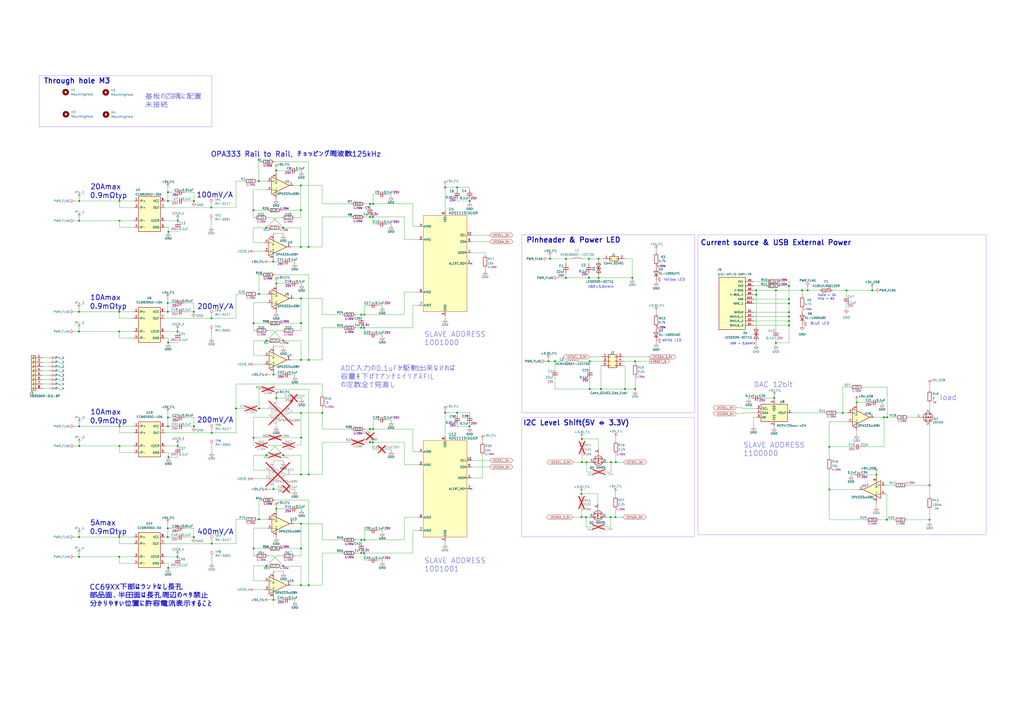
<source format=kicad_sch>
(kicad_sch (version 20250114) (generator "eeschema") (generator_version "9.0")
  (paper "A2")
  (rectangle (start 302.768 136.144) (end 402.971 239.522) (stroke (width 0) (color 151 77 255 1)))
  (rectangle (start 302.641 242.189) (end 402.844 311.404) (stroke (width 0) (color 151 77 255 1)))
  (rectangle (start 404.876 136.271) (end 572.008 310.134) (stroke (width 0) (color 151 77 255 1)))
  (rectangle (start 22.733 43.815) (end 122.936 73.533) (stroke (width 0) (color 151 77 255 1)))
  (text "BLUE LED" (at 470.027 188.595 0) (effects (font (size 1.5 1.5)) (justify left bottom)))
  (text "DAC 12bit" (at 437.261 225.044 0) (effects (font (size 3 3)) (justify left bottom)))
  (text "0.9mΩtyp" (at 51.943 310.261 0) (effects (font (size 3 3) (thickness 0.375)) (justify left bottom)))
  (text "0.9mΩtyp" (at 52.07 245.999 0) (effects (font (size 3 3) (thickness 0.375)) (justify left bottom)))
  (text "5Amax" (at 52.197 305.181 0) (effects (font (size 3 3) (thickness 0.375)) (justify left bottom)))
  (text "load" (at 545.084 232.537 0) (effects (font (size 3 3)) (justify left bottom)))
  (text "400mV/A" (at 114.3 310.388 0) (effects (font (size 3 3) (thickness 0.375)) (justify left bottom)))
  (text "SLAVE ADDRESS\n1001000" (at 246.126 200.66 0) (effects (font (size 3 3)) (justify left bottom)))
  (text "Pinheader & Power LED" (at 305.181 141.097 0) (effects (font (size 3 3) (thickness 0.508) (bold yes)) (justify left bottom)))
  (text "0.9mΩtyp" (at 51.943 179.578 0) (effects (font (size 3 3) (thickness 0.375)) (justify left bottom)))
  (text "ADC入力の0.1uFが駆動出来なければ\n容量を下げてアンチエイリアスFIL\nの定数全て見直し" (at 197.485 225.298 0) (effects (font (size 3 3)) (justify left bottom)))
  (text "200mV/A" (at 114.173 245.491 0) (effects (font (size 3 3) (thickness 0.375)) (justify left bottom)))
  (text "Ihold = 3A\nItrip = 6A" (at 474.218 174.117 0) (effects (font (size 1.27 1.27)) (justify left bottom)))
  (text "SLAVE ADDRESS\n1100000" (at 431.165 264.922 0) (effects (font (size 3 3)) (justify left bottom)))
  (text "10Amax" (at 52.197 174.498 0) (effects (font (size 3 3) (thickness 0.375)) (justify left bottom)))
  (text "CC69XX下部はランドなし長孔\n部品面、半田面は長孔周辺のベタ禁止\n分かりやすい位置に許容電流表示すること" (at 51.816 352.171 0) (effects (font (size 3 3) (thickness 0.375)) (justify left bottom)))
  (text "I2C Level Shift(5V ⇔ 3.3V)" (at 303.403 247.142 0) (effects (font (size 3 3) (thickness 0.508) (bold yes)) (justify left bottom)))
  (text "10Amax" (at 52.324 240.919 0) (effects (font (size 3 3) (thickness 0.375)) (justify left bottom)))
  (text "20Amax" (at 52.324 110.236 0) (effects (font (size 3 3) (thickness 0.375)) (justify left bottom)))
  (text "VBR = 5.6Vmin" (at 423.418 200.152 0) (effects (font (size 1.27 1.27)) (justify left bottom)))
  (text "200mV/A" (at 114.3 179.705 0) (effects (font (size 3 3) (thickness 0.375)) (justify left bottom)))
  (text "OPA333 Rail to Rail, チョッピング周波数125kHz" (at 122.174 91.313 0) (effects (font (size 3 3) (thickness 0.375)) (justify left bottom)))
  (text "Through hole M3" (at 25.273 48.768 0) (effects (font (size 3 3) (thickness 0.508) (bold yes)) (justify left bottom)))
  (text "VBR=5.6Vmin" (at 340.995 167.386 0) (effects (font (size 1.5 1.5)) (justify left bottom)))
  (text "SLAVE ADDRESS\n1001001" (at 246.126 331.978 0) (effects (font (size 3 3)) (justify left bottom)))
  (text "Current source & USB External Power" (at 406.273 142.621 0) (effects (font (size 3 3) (thickness 0.508) (bold yes)) (justify left bottom)))
  (text "White LED" (at 384.048 198.374 0) (effects (font (size 1.5 1.5)) (justify left bottom)))
  (text "基板の四隅に配置\n未接続" (at 84.074 62.865 0) (effects (font (size 3 3)) (justify left bottom)))
  (text "0.9mΩtyp" (at 52.07 115.316 0) (effects (font (size 3 3) (thickness 0.375)) (justify left bottom)))
  (text "Yellow LED" (at 384.937 163.195 0) (effects (font (size 1.5 1.5)) (justify left bottom)))
  (text "100mV/A" (at 113.919 114.935 0) (effects (font (size 3 3) (thickness 0.375)) (justify left bottom)))
  (junction (at 122.809 315.341))
  (junction (at 69.342 128.016))
  (junction (at 209.55 190.119))
  (junction (at 45.974 258.699))
  (junction (at 457.708 186.182))
  (junction (at 69.215 322.961))
  (junction (at 265.176 108.712))
  (junction (at 488.823 239.522))
  (junction (at 438.658 170.942))
  (junction (at 160.274 164.465))
  (junction (at 468.503 168.402))
  (junction (at 112.395 311.531))
  (junction (at 368.427 225.679))
  (junction (at 150.114 105.029))
  (junction (at 69.342 258.699))
  (junction (at 457.708 173.482))
  (junction (at 337.312 286.512))
  (junction (at 160.274 295.148))
  (junction (at 174.625 318.135))
  (junction (at 97.409 247.269))
  (junction (at 339.979 299.974))
  (junction (at 158.496 151.765))
  (junction (at 150.241 170.561))
  (junction (at 340.233 268.097))
  (junction (at 450.088 168.402))
  (junction (at 45.974 128.016))
  (junction (at 69.215 311.531))
  (junction (at 481.076 259.207))
  (junction (at 158.623 283.718))
  (junction (at 214.63 248.92))
  (junction (at 356.997 299.974))
  (junction (at 368.427 209.55))
  (junction (at 362.585 225.679))
  (junction (at 136.906 236.982))
  (junction (at 258.191 239.395))
  (junction (at 97.536 198.755))
  (junction (at 97.663 265.176))
  (junction (at 174.625 187.452))
  (junction (at 457.708 176.022))
  (junction (at 214.63 256.54))
  (junction (at 449.072 230.886))
  (junction (at 69.215 192.278))
  (junction (at 69.342 247.269))
  (junction (at 158.623 347.98))
  (junction (at 69.342 116.586))
  (junction (at 465.328 168.402))
  (junction (at 174.625 173.101))
  (junction (at 216.281 125.857))
  (junction (at 45.974 247.269))
  (junction (at 122.809 251.079))
  (junction (at 97.663 134.493))
  (junction (at 496.951 233.426))
  (junction (at 97.282 306.451))
  (junction (at 490.982 168.402))
  (junction (at 347.218 161.163))
  (junction (at 354.457 268.097))
  (junction (at 97.536 329.438))
  (junction (at 122.555 120.396))
  (junction (at 211.201 190.119))
  (junction (at 45.847 180.848))
  (junction (at 272.415 247.269))
  (junction (at 328.295 161.163))
  (junction (at 112.522 247.269))
  (junction (at 341.63 150.114))
  (junction (at 216.408 118.237))
  (junction (at 337.312 299.974))
  (junction (at 146.939 121.92))
  (junction (at 214.63 125.857))
  (junction (at 186.944 239.522))
  (junction (at 174.625 253.873))
  (junction (at 164.338 328.295))
  (junction (at 272.415 116.586))
  (junction (at 174.498 107.569))
  (junction (at 102.997 322.961))
  (junction (at 103.124 258.699))
  (junction (at 97.409 116.586))
  (junction (at 216.281 256.54))
  (junction (at 154.559 264.033))
  (junction (at 328.295 150.114))
  (junction (at 450.088 198.882))
  (junction (at 147.066 253.873))
  (junction (at 174.625 303.784))
  (junction (at 174.498 143.256))
  (junction (at 112.522 116.586))
  (junction (at 174.625 339.471))
  (junction (at 341.63 161.163))
  (junction (at 258.191 108.712))
  (junction (at 45.847 311.531))
  (junction (at 147.066 187.452))
  (junction (at 97.282 180.848))
  (junction (at 154.559 328.295))
  (junction (at 164.338 264.033))
  (junction (at 366.776 161.163))
  (junction (at 178.943 143.256))
  (junction (at 160.274 230.886))
  (junction (at 337.566 254.635))
  (junction (at 174.625 239.522))
  (junction (at 112.395 180.848))
  (junction (at 539.242 281.432))
  (junction (at 147.066 318.135))
  (junction (at 179.07 208.788))
  (junction (at 348.615 225.679))
  (junction (at 154.559 197.612))
  (junction (at 457.708 183.642))
  (junction (at 321.945 209.55))
  (junction (at 97.409 242.189))
  (junction (at 514.604 242.062))
  (junction (at 179.07 339.471))
  (junction (at 337.566 268.097))
  (junction (at 45.847 322.961))
  (junction (at 438.658 168.402))
  (junction (at 45.847 192.278))
  (junction (at 211.328 182.499))
  (junction (at 150.241 236.982))
  (junction (at 160.147 98.933))
  (junction (at 97.282 311.531))
  (junction (at 514.477 301.498))
  (junction (at 174.498 121.92))
  (junction (at 209.55 320.802))
  (junction (at 211.201 320.802))
  (junction (at 347.218 150.114))
  (junction (at 97.282 175.768))
  (junction (at 103.124 128.016))
  (junction (at 319.024 150.114))
  (junction (at 505.968 168.402))
  (junction (at 481.076 283.972))
  (junction (at 512.826 242.062))
  (junction (at 216.408 248.92))
  (junction (at 209.55 182.499))
  (junction (at 539.242 301.498))
  (junction (at 179.07 275.209))
  (junction (at 354.203 299.974))
  (junction (at 69.215 180.848))
  (junction (at 211.328 313.182))
  (junction (at 174.625 275.209))
  (junction (at 97.409 111.506))
  (junction (at 457.708 188.722))
  (junction (at 508.381 275.336))
  (junction (at 265.176 239.395))
  (junction (at 154.432 132.08))
  (junction (at 457.708 181.102))
  (junction (at 342.138 209.55))
  (junction (at 209.55 313.182))
  (junction (at 214.63 118.237))
  (junction (at 45.974 116.586))
  (junction (at 318.135 209.55))
  (junction (at 357.251 268.097))
  (junction (at 342.138 225.679))
  (junction (at 102.997 192.278))
  (junction (at 122.682 184.658))
  (junction (at 164.338 197.612))
  (junction (at 174.625 208.788))
  (junction (at 164.211 132.08))
  (junction (at 158.623 217.297))
  (junction (at 150.241 301.244))
  (junction (at 457.708 165.862))
  (no_connect (at 273.431 152.908))
  (no_connect (at 273.431 283.591))
  (wire (pts (xy 168.783 339.471) (xy 174.625 339.471)))
  (wire (pts (xy 368.427 218.44) (xy 368.427 225.679)))
  (wire (pts (xy 97.536 199.136) (xy 97.536 198.755)))
  (wire (pts (xy 69.342 258.699) (xy 69.342 262.509)))
  (wire (pts (xy 147.066 175.641) (xy 155.194 175.641)))
  (wire (pts (xy 69.342 262.509) (xy 77.851 262.509)))
  (wire (pts (xy 211.201 320.802) (xy 211.201 324.866)))
  (wire (pts (xy 174.625 187.452) (xy 174.625 191.77)))
  (wire (pts (xy 158.623 217.297) (xy 163.576 217.297)))
  (wire (pts (xy 366.776 150.114) (xy 366.776 161.163)))
  (wire (pts (xy 163.195 328.295) (xy 164.338 328.295)))
  (wire (pts (xy 337.312 286.512) (xy 337.312 287.655)))
  (wire (pts (xy 97.409 116.586) (xy 102.108 116.586)))
  (wire (pts (xy 155.702 253.873) (xy 147.066 253.873)))
  (wire (pts (xy 150.241 170.561) (xy 155.194 170.561)))
  (wire (pts (xy 43.434 322.961) (xy 45.847 322.961)))
  (wire (pts (xy 221.742 178.181) (xy 221.742 177.038)))
  (wire (pts (xy 107.061 311.531) (xy 112.395 311.531)))
  (wire (pts (xy 273.431 267.081) (xy 284.099 267.081)))
  (wire (pts (xy 147.066 191.77) (xy 147.828 191.77)))
  (wire (pts (xy 160.401 322.453) (xy 163.576 322.453)))
  (wire (pts (xy 527.05 242.062) (xy 531.622 242.062)))
  (wire (pts (xy 211.455 248.92) (xy 214.63 248.92)))
  (wire (pts (xy 361.696 209.55) (xy 368.427 209.55)))
  (wire (pts (xy 481.076 283.972) (xy 498.221 283.972)))
  (wire (pts (xy 186.944 236.601) (xy 186.944 239.522)))
  (wire (pts (xy 526.161 301.498) (xy 539.242 301.498)))
  (wire (pts (xy 122.555 128.651) (xy 122.555 131.826)))
  (wire (pts (xy 216.408 248.92) (xy 239.522 248.92)))
  (wire (pts (xy 97.409 111.506) (xy 101.981 111.506)))
  (wire (pts (xy 164.465 267.208) (xy 164.465 268.224)))
  (wire (pts (xy 209.55 190.119) (xy 209.55 189.23)))
  (wire (pts (xy 342.138 209.55) (xy 348.996 209.55)))
  (wire (pts (xy 526.161 281.432) (xy 539.242 281.432)))
  (wire (pts (xy 164.338 264.16) (xy 164.338 264.033)))
  (wire (pts (xy 158.623 347.091) (xy 158.623 347.98)))
  (wire (pts (xy 211.328 177.038) (xy 213.868 177.038)))
  (wire (pts (xy 319.024 150.114) (xy 328.295 150.114)))
  (wire (pts (xy 493.141 224.536) (xy 488.823 224.536)))
  (wire (pts (xy 122.682 184.658) (xy 136.906 184.658)))
  (wire (pts (xy 102.997 191.516) (xy 102.997 192.278)))
  (wire (pts (xy 45.974 126.365) (xy 45.974 128.016)))
  (wire (pts (xy 206.375 182.499) (xy 209.55 182.499)))
  (wire (pts (xy 499.872 259.207) (xy 512.826 259.207)))
  (wire (pts (xy 321.945 209.55) (xy 328.422 209.55)))
  (wire (pts (xy 356.997 295.275) (xy 356.997 299.974)))
  (wire (pts (xy 160.274 164.465) (xy 167.894 164.465)))
  (wire (pts (xy 209.55 313.182) (xy 211.328 313.182)))
  (wire (pts (xy 258.191 108.712) (xy 265.176 108.712)))
  (wire (pts (xy 368.427 209.55) (xy 376.809 209.55)))
  (wire (pts (xy 539.242 223.012) (xy 539.242 226.187)))
  (wire (pts (xy 43.434 192.278) (xy 45.847 192.278)))
  (wire (pts (xy 206.375 190.119) (xy 209.55 190.119)))
  (wire (pts (xy 211.328 313.182) (xy 234.569 313.182)))
  (wire (pts (xy 457.708 163.322) (xy 457.708 165.862)))
  (wire (pts (xy 163.195 121.92) (xy 174.498 121.92)))
  (wire (pts (xy 216.408 112.776) (xy 216.408 118.237)))
  (wire (pts (xy 450.088 168.402) (xy 450.088 191.262)))
  (wire (pts (xy 214.63 256.54) (xy 216.281 256.54)))
  (wire (pts (xy 258.191 238.252) (xy 258.191 239.395)))
  (wire (pts (xy 211.201 320.802) (xy 239.522 320.802)))
  (wire (pts (xy 226.822 129.921) (xy 226.822 130.937)))
  (wire (pts (xy 69.215 322.961) (xy 69.215 326.771)))
  (wire (pts (xy 186.944 320.802) (xy 186.944 339.471)))
  (wire (pts (xy 163.322 187.452) (xy 174.625 187.452)))
  (wire (pts (xy 214.63 125.857) (xy 214.63 124.968)))
  (wire (pts (xy 508.381 291.592) (xy 508.381 294.132)))
  (wire (pts (xy 539.242 281.432) (xy 539.242 287.909)))
  (wire (pts (xy 171.196 191.77) (xy 174.625 191.77)))
  (wire (pts (xy 505.968 167.259) (xy 505.968 168.402)))
  (wire (pts (xy 97.663 134.493) (xy 97.663 131.826)))
  (wire (pts (xy 457.708 176.022) (xy 457.708 181.102)))
  (wire (pts (xy 449.072 230.886) (xy 449.072 231.902)))
  (wire (pts (xy 147.066 272.669) (xy 153.543 272.669)))
  (wire (pts (xy 155.702 318.135) (xy 147.066 318.135)))
  (wire (pts (xy 258.191 239.395) (xy 265.176 239.395)))
  (wire (pts (xy 174.498 143.256) (xy 178.943 143.256)))
  (wire (pts (xy 45.974 247.269) (xy 69.342 247.269)))
  (wire (pts (xy 97.536 326.771) (xy 95.504 326.771)))
  (wire (pts (xy 342.138 225.679) (xy 348.615 225.679)))
  (wire (pts (xy 24.511 215.138) (xy 28.702 215.138)))
  (wire (pts (xy 95.631 120.396) (xy 122.555 120.396)))
  (wire (pts (xy 112.395 306.451) (xy 112.395 311.531)))
  (wire (pts (xy 328.295 150.114) (xy 328.295 153.162)))
  (wire (pts (xy 449.072 229.87) (xy 449.072 230.886)))
  (wire (pts (xy 465.328 188.214) (xy 465.328 188.849)))
  (wire (pts (xy 265.176 116.586) (xy 272.415 116.586)))
  (wire (pts (xy 103.124 134.493) (xy 97.663 134.493)))
  (wire (pts (xy 150.241 290.068) (xy 150.241 301.244)))
  (wire (pts (xy 45.974 116.586) (xy 69.342 116.586)))
  (wire (pts (xy 348.615 212.09) (xy 348.615 225.679)))
  (wire (pts (xy 107.061 242.189) (xy 112.522 242.189)))
  (wire (pts (xy 508.381 275.336) (xy 500.761 275.336)))
  (wire (pts (xy 171.069 284.734) (xy 171.069 283.718)))
  (wire (pts (xy 97.282 311.531) (xy 101.981 311.531)))
  (wire (pts (xy 136.906 236.982) (xy 136.906 251.079)))
  (wire (pts (xy 186.944 256.54) (xy 186.944 275.209)))
  (wire (pts (xy 174.625 275.209) (xy 179.07 275.209)))
  (wire (pts (xy 160.274 247.142) (xy 160.274 247.777)))
  (wire (pts (xy 147.066 264.033) (xy 147.066 272.669)))
  (wire (pts (xy 147.066 306.324) (xy 155.194 306.324)))
  (wire (pts (xy 514.604 242.062) (xy 519.43 242.062)))
  (wire (pts (xy 438.658 168.402) (xy 450.088 168.402)))
  (wire (pts (xy 107.061 111.506) (xy 112.522 111.506)))
  (wire (pts (xy 158.623 331.47) (xy 164.465 331.47)))
  (wire (pts (xy 158.623 267.208) (xy 158.623 267.589)))
  (wire (pts (xy 160.274 230.886) (xy 167.894 230.886)))
  (wire (pts (xy 178.943 93.853) (xy 178.943 143.256)))
  (wire (pts (xy 97.282 173.101) (xy 97.282 175.768)))
  (wire (pts (xy 242.951 131.318) (xy 239.522 131.318)))
  (wire (pts (xy 186.817 173.101) (xy 186.817 182.499)))
  (wire (pts (xy 160.274 230.886) (xy 160.274 231.902)))
  (wire (pts (xy 164.338 328.422) (xy 174.625 328.422)))
  (wire (pts (xy 366.776 161.163) (xy 366.776 161.925)))
  (wire (pts (xy 172.847 98.933) (xy 174.879 98.933)))
  (wire (pts (xy 97.282 303.784) (xy 97.282 306.451)))
  (wire (pts (xy 321.945 225.679) (xy 342.138 225.679)))
  (wire (pts (xy 164.338 135.255) (xy 164.338 136.271)))
  (wire (pts (xy 179.07 159.385) (xy 179.07 208.788)))
  (wire (pts (xy 122.809 259.334) (xy 122.809 262.509)))
  (wire (pts (xy 273.431 146.558) (xy 281.432 146.558)))
  (wire (pts (xy 457.708 173.482) (xy 457.708 176.022)))
  (wire (pts (xy 437.388 188.722) (xy 457.708 188.722)))
  (wire (pts (xy 103.124 133.477) (xy 103.124 134.493)))
  (wire (pts (xy 69.342 247.269) (xy 69.342 251.079)))
  (wire (pts (xy 438.912 239.522) (xy 430.657 239.522)))
  (wire (pts (xy 160.274 163.449) (xy 160.274 164.465)))
  (wire (pts (xy 24.511 222.758) (xy 28.702 222.758)))
  (wire (pts (xy 45.847 321.31) (xy 45.847 322.961)))
  (wire (pts (xy 112.395 311.531) (xy 112.395 312.039)))
  (wire (pts (xy 141.732 170.561) (xy 136.906 170.561)))
  (wire (pts (xy 318.135 209.55) (xy 321.945 209.55)))
  (wire (pts (xy 352.171 268.097) (xy 354.457 268.097)))
  (wire (pts (xy 342.138 219.456) (xy 342.138 225.679)))
  (wire (pts (xy 174.625 253.873) (xy 174.625 258.191)))
  (wire (pts (xy 437.388 173.482) (xy 457.708 173.482)))
  (wire (pts (xy 158.623 331.47) (xy 158.623 331.851)))
  (wire (pts (xy 102.997 192.278) (xy 102.997 192.659)))
  (wire (pts (xy 151.638 225.806) (xy 150.241 225.806)))
  (wire (pts (xy 209.55 320.802) (xy 211.201 320.802)))
  (wire (pts (xy 171.069 347.98) (xy 168.656 347.98)))
  (wire (pts (xy 513.461 281.432) (xy 518.541 281.432)))
  (wire (pts (xy 45.974 258.699) (xy 69.342 258.699)))
  (wire (pts (xy 122.682 183.896) (xy 122.682 184.658)))
  (wire (pts (xy 174.625 197.739) (xy 174.625 208.788)))
  (wire (pts (xy 112.395 175.768) (xy 112.395 180.848)))
  (wire (pts (xy 147.066 328.295) (xy 154.559 328.295)))
  (wire (pts (xy 164.338 328.422) (xy 164.338 328.295)))
  (wire (pts (xy 160.274 229.87) (xy 160.274 230.886)))
  (wire (pts (xy 316.865 209.55) (xy 318.135 209.55)))
  (wire (pts (xy 102.997 322.199) (xy 102.997 322.961)))
  (wire (pts (xy 224.028 243.459) (xy 226.822 243.459)))
  (wire (pts (xy 507.111 242.062) (xy 512.826 242.062)))
  (wire (pts (xy 356.997 299.974) (xy 361.442 299.974)))
  (wire (pts (xy 265.176 245.999) (xy 265.176 247.269)))
  (wire (pts (xy 186.817 125.857) (xy 203.835 125.857)))
  (wire (pts (xy 337.566 268.097) (xy 340.233 268.097)))
  (wire (pts (xy 380.619 180.594) (xy 380.619 182.118)))
  (wire (pts (xy 136.906 222.758) (xy 186.944 222.758)))
  (wire (pts (xy 174.625 303.784) (xy 174.625 318.135)))
  (wire (pts (xy 218.948 194.183) (xy 221.742 194.183)))
  (wire (pts (xy 160.147 98.933) (xy 167.767 98.933)))
  (wire (pts (xy 159.258 225.806) (xy 179.07 225.806)))
  (wire (pts (xy 95.631 128.016) (xy 103.124 128.016)))
  (wire (pts (xy 158.623 347.98) (xy 163.576 347.98)))
  (wire (pts (xy 216.281 256.54) (xy 216.281 260.604)))
  (wire (pts (xy 106.934 175.768) (xy 112.395 175.768)))
  (wire (pts (xy 437.388 183.642) (xy 457.708 183.642)))
  (wire (pts (xy 149.352 236.982) (xy 150.241 236.982)))
  (wire (pts (xy 186.944 320.802) (xy 198.755 320.802)))
  (wire (pts (xy 481.076 273.05) (xy 481.076 283.972)))
  (wire (pts (xy 174.625 208.788) (xy 179.07 208.788)))
  (wire (pts (xy 272.415 245.872) (xy 272.415 247.269)))
  (wire (pts (xy 69.342 120.396) (xy 77.851 120.396)))
  (wire (pts (xy 507.238 168.402) (xy 505.968 168.402)))
  (wire (pts (xy 323.85 161.163) (xy 328.295 161.163)))
  (wire (pts (xy 147.066 264.033) (xy 154.559 264.033)))
  (wire (pts (xy 160.274 164.465) (xy 160.274 165.481)))
  (wire (pts (xy 45.847 192.278) (xy 69.215 192.278)))
  (wire (pts (xy 509.905 301.498) (xy 514.477 301.498)))
  (wire (pts (xy 158.496 135.255) (xy 158.496 135.636)))
  (wire (pts (xy 452.247 163.322) (xy 457.708 163.322)))
  (wire (pts (xy 158.623 282.829) (xy 158.623 283.718)))
  (wire (pts (xy 69.215 196.088) (xy 77.724 196.088)))
  (wire (pts (xy 354.457 268.097) (xy 357.251 268.097)))
  (wire (pts (xy 164.338 197.739) (xy 174.625 197.739)))
  (wire (pts (xy 221.742 194.183) (xy 221.742 195.199)))
  (wire (pts (xy 216.408 118.237) (xy 239.522 118.237)))
  (wire (pts (xy 159.131 93.853) (xy 178.943 93.853)))
  (wire (pts (xy 481.076 244.602) (xy 481.076 259.207)))
  (wire (pts (xy 171.069 126.238) (xy 174.498 126.238)))
  (wire (pts (xy 239.522 190.119) (xy 239.522 177.038)))
  (wire (pts (xy 347.091 254.635) (xy 347.091 260.477)))
  (wire (pts (xy 539.242 233.807) (xy 539.242 236.982)))
  (wire (pts (xy 328.295 150.114) (xy 330.962 150.114)))
  (wire (pts (xy 24.511 207.518) (xy 28.702 207.518)))
  (wire (pts (xy 362.585 225.679) (xy 348.615 225.679)))
  (wire (pts (xy 272.415 116.586) (xy 272.415 117.348)))
  (wire (pts (xy 97.282 306.451) (xy 101.854 306.451)))
  (wire (pts (xy 337.312 285.877) (xy 337.312 286.512)))
  (wire (pts (xy 465.328 168.402) (xy 468.503 168.402)))
  (wire (pts (xy 147.701 342.011) (xy 153.543 342.011)))
  (wire (pts (xy 69.215 184.658) (xy 77.724 184.658)))
  (wire (pts (xy 43.561 116.586) (xy 45.974 116.586)))
  (wire (pts (xy 209.55 182.499) (xy 209.55 184.15)))
  (wire (pts (xy 281.432 155.575) (xy 281.432 157.226)))
  (wire (pts (xy 95.504 192.278) (xy 102.997 192.278)))
  (wire (pts (xy 368.427 209.55) (xy 368.427 210.82)))
  (wire (pts (xy 343.281 305.689) (xy 339.979 305.689)))
  (wire (pts (xy 272.415 247.269) (xy 272.415 248.031)))
  (wire (pts (xy 486.029 239.522) (xy 488.823 239.522)))
  (wire (pts (xy 362.585 212.09) (xy 362.585 225.679)))
  (wire (pts (xy 174.625 303.784) (xy 186.944 303.784)))
  (wire (pts (xy 97.282 180.848) (xy 101.981 180.848)))
  (wire (pts (xy 45.847 179.197) (xy 45.847 180.848)))
  (wire (pts (xy 279.908 277.241) (xy 279.908 264.033)))
  (wire (pts (xy 174.498 132.207) (xy 174.498 143.256)))
  (wire (pts (xy 265.176 108.712) (xy 272.415 108.712)))
  (wire (pts (xy 368.427 225.679) (xy 362.585 225.679)))
  (wire (pts (xy 122.809 314.579) (xy 122.809 315.341)))
  (wire (pts (xy 97.663 262.509) (xy 95.631 262.509)))
  (wire (pts (xy 103.124 127.254) (xy 103.124 128.016)))
  (wire (pts (xy 69.215 192.278) (xy 69.215 196.088)))
  (wire (pts (xy 147.066 328.295) (xy 147.066 336.931)))
  (wire (pts (xy 146.939 121.92) (xy 146.939 110.109)))
  (wire (pts (xy 258.191 239.395) (xy 258.191 253.111)))
  (wire (pts (xy 103.124 128.016) (xy 103.124 128.397)))
  (wire (pts (xy 209.55 313.182) (xy 209.55 314.833)))
  (wire (pts (xy 174.625 264.16) (xy 174.625 275.209)))
  (wire (pts (xy 218.948 177.038) (xy 221.742 177.038)))
  (wire (pts (xy 147.066 318.135) (xy 147.066 322.453)))
  (wire (pts (xy 147.066 318.135) (xy 147.066 306.324)))
  (wire (pts (xy 211.455 118.237) (xy 214.63 118.237)))
  (wire (pts (xy 154.559 264.033) (xy 155.575 264.033)))
  (wire (pts (xy 102.997 197.739) (xy 102.997 198.755)))
  (wire (pts (xy 539.242 247.142) (xy 539.242 281.432)))
  (wire (pts (xy 234.569 300.101) (xy 242.951 300.101)))
  (wire (pts (xy 171.196 258.191) (xy 174.625 258.191)))
  (wire (pts (xy 171.069 348.996) (xy 171.069 347.98)))
  (wire (pts (xy 150.241 159.385) (xy 150.241 170.561)))
  (wire (pts (xy 337.566 254) (xy 337.566 254.635)))
  (wire (pts (xy 160.401 191.77) (xy 163.576 191.77)))
  (wire (pts (xy 430.657 236.982) (xy 430.657 236.474)))
  (wire (pts (xy 216.281 125.857) (xy 216.281 129.921)))
  (wire (pts (xy 457.708 165.862) (xy 457.708 173.482)))
  (wire (pts (xy 481.076 301.498) (xy 481.076 283.972)))
  (wire (pts (xy 206.375 313.182) (xy 209.55 313.182)))
  (wire (pts (xy 468.503 166.497) (xy 468.503 168.402)))
  (wire (pts (xy 490.982 176.53) (xy 490.982 179.07)))
  (wire (pts (xy 95.504 184.658) (xy 122.682 184.658)))
  (wire (pts (xy 43.434 311.531) (xy 45.847 311.531)))
  (wire (pts (xy 226.822 244.602) (xy 226.822 243.459)))
  (wire (pts (xy 146.939 121.92) (xy 146.939 126.238)))
  (wire (pts (xy 186.944 256.54) (xy 203.835 256.54)))
  (wire (pts (xy 216.281 129.921) (xy 218.948 129.921)))
  (wire (pts (xy 103.124 264.16) (xy 103.124 265.176)))
  (wire (pts (xy 179.07 290.068) (xy 179.07 339.471)))
  (wire (pts (xy 150.241 225.806) (xy 150.241 236.982)))
  (wire (pts (xy 343.535 273.812) (xy 340.233 273.812)))
  (wire (pts (xy 178.943 143.256) (xy 186.817 143.256)))
  (wire (pts (xy 337.566 263.398) (xy 337.566 268.097)))
  (wire (pts (xy 354.203 305.689) (xy 354.203 299.974)))
  (wire (pts (xy 147.066 187.452) (xy 147.066 191.77)))
  (wire (pts (xy 174.625 239.522) (xy 174.625 253.873)))
  (wire (pts (xy 488.823 239.522) (xy 491.871 239.522)))
  (wire (pts (xy 450.088 196.342) (xy 450.088 198.882)))
  (wire (pts (xy 146.939 132.08) (xy 146.939 140.716)))
  (wire (pts (xy 357.251 263.398) (xy 357.251 268.097)))
  (wire (pts (xy 147.066 187.452) (xy 147.066 175.641)))
  (wire (pts (xy 159.258 290.068) (xy 179.07 290.068)))
  (wire (pts (xy 77.724 322.961) (xy 69.215 322.961)))
  (wire (pts (xy 156.083 151.765) (xy 158.496 151.765)))
  (wire (pts (xy 350.901 305.689) (xy 354.203 305.689)))
  (wire (pts (xy 218.948 324.866) (xy 221.742 324.866)))
  (wire (pts (xy 160.274 311.404) (xy 160.274 312.039)))
  (wire (pts (xy 170.307 107.569) (xy 174.498 107.569)))
  (wire (pts (xy 97.282 175.768) (xy 101.854 175.768)))
  (wire (pts (xy 272.415 239.395) (xy 272.415 240.792)))
  (wire (pts (xy 174.625 328.422) (xy 174.625 339.471)))
  (wire (pts (xy 211.328 307.721) (xy 211.328 313.182)))
  (wire (pts (xy 69.342 116.586) (xy 69.342 120.396)))
  (wire (pts (xy 508.381 275.336) (xy 508.381 276.352)))
  (wire (pts (xy 234.569 138.938) (xy 242.951 138.938)))
  (wire (pts (xy 337.566 254.635) (xy 337.566 255.778)))
  (wire (pts (xy 174.498 121.92) (xy 174.498 126.238)))
  (wire (pts (xy 500.761 224.536) (xy 514.604 224.536)))
  (wire (pts (xy 438.912 236.982) (xy 430.657 236.982)))
  (wire (pts (xy 214.63 118.237) (xy 214.63 119.888)))
  (wire (pts (xy 97.536 196.088) (xy 95.504 196.088)))
  (wire (pts (xy 97.663 131.826) (xy 95.631 131.826)))
  (wire (pts (xy 265.176 115.316) (xy 265.176 116.586)))
  (wire (pts (xy 347.218 150.114) (xy 349.885 150.114)))
  (wire (pts (xy 112.522 111.506) (xy 112.522 116.586)))
  (wire (pts (xy 147.066 336.931) (xy 153.543 336.931)))
  (wire (pts (xy 211.328 182.499) (xy 234.569 182.499)))
  (wire (pts (xy 380.619 189.738) (xy 380.619 190.373)))
  (wire (pts (xy 77.851 258.699) (xy 69.342 258.699)))
  (wire (pts (xy 147.701 211.328) (xy 153.543 211.328)))
  (wire (pts (xy 258.191 183.388) (xy 258.191 185.039)))
  (wire (pts (xy 457.708 183.642) (xy 457.708 186.182)))
  (wire (pts (xy 175.006 164.465) (xy 175.006 165.1)))
  (wire (pts (xy 239.522 320.802) (xy 239.522 307.721)))
  (wire (pts (xy 164.465 331.47) (xy 164.465 332.486)))
  (wire (pts (xy 24.511 217.678) (xy 28.702 217.678)))
  (wire (pts (xy 136.906 236.982) (xy 136.906 222.758)))
  (wire (pts (xy 234.569 269.621) (xy 242.951 269.621)))
  (wire (pts (xy 457.708 181.102) (xy 457.708 183.642)))
  (wire (pts (xy 45.974 128.016) (xy 69.342 128.016)))
  (wire (pts (xy 496.951 233.426) (xy 504.571 233.426)))
  (wire (pts (xy 457.708 186.182) (xy 457.708 188.722)))
  (wire (pts (xy 179.07 208.788) (xy 186.817 208.788)))
  (wire (pts (xy 221.742 308.864) (xy 221.742 307.721)))
  (wire (pts (xy 156.21 283.718) (xy 158.623 283.718)))
  (wire (pts (xy 136.906 301.244) (xy 136.906 315.341)))
  (wire (pts (xy 156.21 217.297) (xy 158.623 217.297)))
  (wire (pts (xy 97.663 265.557) (xy 97.663 265.176)))
  (wire (pts (xy 430.657 236.474) (xy 427.101 236.474)))
  (wire (pts (xy 45.974 257.048) (xy 45.974 258.699)))
  (wire (pts (xy 481.076 259.207) (xy 494.792 259.207)))
  (wire (pts (xy 174.498 107.569) (xy 186.817 107.569)))
  (wire (pts (xy 97.409 239.522) (xy 97.409 242.189)))
  (wire (pts (xy 242.951 262.001) (xy 239.522 262.001)))
  (wire (pts (xy 224.028 129.921) (xy 226.822 129.921)))
  (wire (pts (xy 351.155 273.812) (xy 354.457 273.812)))
  (wire (pts (xy 468.503 168.402) (xy 475.488 168.402)))
  (wire (pts (xy 160.274 295.148) (xy 167.894 295.148)))
  (wire (pts (xy 450.088 198.882) (xy 457.708 198.882)))
  (wire (pts (xy 511.683 233.426) (xy 511.683 234.061)))
  (wire (pts (xy 160.274 295.148) (xy 160.274 296.164)))
  (wire (pts (xy 438.658 170.942) (xy 438.658 189.992)))
  (wire (pts (xy 69.342 251.079) (xy 77.851 251.079)))
  (wire (pts (xy 151.638 290.068) (xy 150.241 290.068)))
  (wire (pts (xy 141.732 236.982) (xy 136.906 236.982)))
  (wire (pts (xy 427.101 240.03) (xy 430.657 240.03)))
  (wire (pts (xy 380.619 154.178) (xy 380.619 154.813)))
  (wire (pts (xy 509.651 233.426) (xy 511.683 233.426)))
  (wire (pts (xy 163.068 132.08) (xy 164.211 132.08)))
  (wire (pts (xy 45.847 309.88) (xy 45.847 311.531)))
  (wire (pts (xy 226.822 260.604) (xy 226.822 261.62)))
  (wire (pts (xy 102.997 198.755) (xy 97.536 198.755)))
  (wire (pts (xy 465.328 179.197) (xy 465.328 180.594)))
  (wire (pts (xy 150.114 93.853) (xy 150.114 105.029)))
  (wire (pts (xy 496.951 233.426) (xy 496.951 234.442)))
  (wire (pts (xy 106.934 306.451) (xy 112.395 306.451)))
  (wire (pts (xy 272.415 108.712) (xy 272.415 110.109)))
  (wire (pts (xy 430.657 239.522) (xy 430.657 240.03)))
  (wire (pts (xy 211.328 307.721) (xy 213.868 307.721)))
  (wire (pts (xy 186.944 339.471) (xy 179.07 339.471)))
  (wire (pts (xy 437.134 242.062) (xy 437.134 247.396)))
  (wire (pts (xy 155.702 187.452) (xy 147.066 187.452)))
  (wire (pts (xy 77.724 311.531) (xy 69.215 311.531)))
  (wire (pts (xy 163.322 318.135) (xy 174.625 318.135)))
  (wire (pts (xy 69.215 311.531) (xy 69.215 315.341)))
  (wire (pts (xy 154.559 264.033) (xy 160.401 258.191)))
  (wire (pts (xy 158.623 200.787) (xy 164.465 200.787)))
  (wire (pts (xy 493.649 275.336) (xy 493.649 275.971)))
  (wire (pts (xy 172.974 164.465) (xy 175.006 164.465)))
  (wire (pts (xy 164.338 197.739) (xy 164.338 197.612)))
  (wire (pts (xy 160.274 180.721) (xy 160.274 181.356)))
  (wire (pts (xy 242.951 177.038) (xy 239.522 177.038)))
  (wire (pts (xy 160.147 115.189) (xy 160.147 115.824)))
  (wire (pts (xy 174.625 173.101) (xy 174.625 187.452)))
  (wire (pts (xy 69.342 131.826) (xy 77.851 131.826)))
  (wire (pts (xy 368.427 225.679) (xy 368.427 226.695)))
  (wire (pts (xy 216.408 243.459) (xy 216.408 248.92)))
  (wire (pts (xy 172.974 230.886) (xy 175.006 230.886)))
  (wire (pts (xy 77.724 180.848) (xy 69.215 180.848)))
  (wire (pts (xy 149.225 105.029) (xy 150.114 105.029)))
  (wire (pts (xy 69.215 326.771) (xy 77.724 326.771)))
  (wire (pts (xy 147.066 258.191) (xy 147.828 258.191)))
  (wire (pts (xy 154.559 197.612) (xy 155.575 197.612)))
  (wire (pts (xy 211.455 256.54) (xy 214.63 256.54)))
  (wire (pts (xy 168.783 275.209) (xy 174.625 275.209)))
  (wire (pts (xy 216.281 260.604) (xy 218.948 260.604)))
  (wire (pts (xy 186.944 222.758) (xy 186.944 228.981)))
  (wire (pts (xy 459.232 239.522) (xy 478.409 239.522)))
  (wire (pts (xy 171.069 217.297) (xy 168.656 217.297)))
  (wire (pts (xy 107.188 247.269) (xy 112.522 247.269)))
  (wire (pts (xy 147.574 145.796) (xy 153.416 145.796)))
  (wire (pts (xy 154.432 132.08) (xy 155.448 132.08)))
  (wire (pts (xy 149.352 301.244) (xy 150.241 301.244)))
  (wire (pts (xy 158.623 267.208) (xy 164.465 267.208)))
  (wire (pts (xy 156.21 347.98) (xy 158.623 347.98)))
  (wire (pts (xy 337.312 286.512) (xy 346.837 286.512)))
  (wire (pts (xy 361.696 207.01) (xy 376.809 207.01)))
  (wire (pts (xy 214.63 248.92) (xy 214.63 250.571)))
  (wire (pts (xy 158.623 322.453) (xy 164.338 328.295)))
  (wire (pts (xy 155.448 258.191) (xy 158.623 258.191)))
  (wire (pts (xy 155.448 191.77) (xy 158.623 191.77)))
  (wire (pts (xy 141.732 301.244) (xy 136.906 301.244)))
  (wire (pts (xy 151.638 159.385) (xy 150.241 159.385)))
  (wire (pts (xy 357.251 268.097) (xy 361.696 268.097)))
  (wire (pts (xy 339.979 299.974) (xy 341.757 299.974)))
  (wire (pts (xy 211.201 324.866) (xy 213.868 324.866)))
  (wire (pts (xy 97.409 247.269) (xy 102.108 247.269)))
  (wire (pts (xy 95.504 311.531) (xy 97.282 311.531)))
  (wire (pts (xy 155.321 126.238) (xy 158.496 126.238)))
  (wire (pts (xy 97.663 265.176) (xy 97.663 262.509)))
  (wire (pts (xy 273.431 136.398) (xy 284.099 136.398)))
  (wire (pts (xy 216.281 256.54) (xy 234.569 256.54)))
  (wire (pts (xy 95.631 116.586) (xy 97.409 116.586)))
  (wire (pts (xy 107.188 116.586) (xy 112.522 116.586)))
  (wire (pts (xy 168.783 208.788) (xy 174.625 208.788)))
  (wire (pts (xy 97.282 306.451) (xy 97.282 311.531)))
  (wire (pts (xy 24.511 210.058) (xy 28.702 210.058)))
  (wire (pts (xy 147.066 322.453) (xy 147.828 322.453)))
  (wire (pts (xy 258.191 314.071) (xy 258.191 315.722)))
  (wire (pts (xy 488.823 224.536) (xy 488.823 239.522)))
  (wire (pts (xy 341.884 207.01) (xy 348.996 207.01)))
  (wire (pts (xy 95.631 251.079) (xy 122.809 251.079)))
  (wire (pts (xy 211.201 190.119) (xy 239.522 190.119)))
  (wire (pts (xy 512.826 259.207) (xy 512.826 242.062)))
  (wire (pts (xy 160.274 126.238) (xy 163.449 126.238)))
  (wire (pts (xy 211.201 190.119) (xy 211.201 194.183)))
  (wire (pts (xy 160.401 258.191) (xy 163.576 258.191)))
  (wire (pts (xy 437.388 176.022) (xy 457.708 176.022)))
  (wire (pts (xy 45.847 180.848) (xy 69.215 180.848)))
  (wire (pts (xy 318.135 208.407) (xy 318.135 209.55)))
  (wire (pts (xy 273.431 277.241) (xy 279.908 277.241)))
  (wire (pts (xy 224.028 112.776) (xy 226.822 112.776)))
  (wire (pts (xy 147.066 253.873) (xy 147.066 258.191)))
  (wire (pts (xy 209.55 320.802) (xy 209.55 319.913)))
  (wire (pts (xy 103.124 258.699) (xy 103.124 259.08)))
  (wire (pts (xy 97.282 175.768) (xy 97.282 180.848)))
  (wire (pts (xy 147.066 197.612) (xy 147.066 206.248)))
  (wire (pts (xy 273.431 270.891) (xy 284.099 270.891)))
  (wire (pts (xy 513.461 286.512) (xy 514.477 286.512)))
  (wire (pts (xy 321.945 219.456) (xy 321.945 225.679)))
  (wire (pts (xy 496.951 249.682) (xy 496.951 252.222)))
  (wire (pts (xy 174.625 239.522) (xy 186.944 239.522)))
  (wire (pts (xy 95.504 315.341) (xy 122.809 315.341)))
  (wire (pts (xy 332.232 299.974) (xy 337.312 299.974)))
  (wire (pts (xy 258.191 108.712) (xy 258.191 122.428)))
  (wire (pts (xy 158.623 258.191) (xy 164.338 264.033)))
  (wire (pts (xy 438.658 197.612) (xy 438.658 200.152)))
  (wire (pts (xy 214.63 125.857) (xy 216.281 125.857)))
  (wire (pts (xy 146.939 110.109) (xy 155.067 110.109)))
  (wire (pts (xy 338.582 150.114) (xy 341.63 150.114)))
  (wire (pts (xy 211.455 125.857) (xy 214.63 125.857)))
  (wire (pts (xy 174.625 173.101) (xy 186.817 173.101)))
  (wire (pts (xy 436.372 230.886) (xy 434.34 230.886)))
  (wire (pts (xy 332.486 268.097) (xy 337.566 268.097)))
  (wire (pts (xy 354.457 273.812) (xy 354.457 268.097)))
  (wire (pts (xy 171.069 218.313) (xy 171.069 217.297)))
  (wire (pts (xy 224.028 260.604) (xy 226.822 260.604)))
  (wire (pts (xy 341.63 150.114) (xy 341.63 153.162)))
  (wire (pts (xy 97.409 108.839) (xy 97.409 111.506)))
  (wire (pts (xy 122.809 323.723) (xy 122.809 326.898)))
  (wire (pts (xy 158.623 200.787) (xy 158.623 201.168)))
  (wire (pts (xy 186.944 248.92) (xy 203.835 248.92)))
  (wire (pts (xy 496.951 232.41) (xy 496.951 233.426)))
  (wire (pts (xy 97.409 242.189) (xy 101.981 242.189)))
  (wire (pts (xy 539.242 301.498) (xy 539.242 295.529)))
  (wire (pts (xy 186.817 208.788) (xy 186.817 190.119)))
  (wire (pts (xy 112.522 116.586) (xy 112.522 117.094)))
  (wire (pts (xy 437.388 170.942) (xy 438.658 170.942)))
  (wire (pts (xy 186.944 303.784) (xy 186.944 313.182)))
  (wire (pts (xy 158.496 135.255) (xy 164.338 135.255)))
  (wire (pts (xy 97.409 111.506) (xy 97.409 116.586)))
  (wire (pts (xy 186.944 313.182) (xy 198.755 313.182)))
  (wire (pts (xy 77.851 116.586) (xy 69.342 116.586)))
  (wire (pts (xy 539.242 301.498) (xy 539.242 302.895)))
  (wire (pts (xy 69.215 180.848) (xy 69.215 184.658)))
  (wire (pts (xy 45.974 114.935) (xy 45.974 116.586)))
  (wire (pts (xy 158.623 283.718) (xy 163.576 283.718)))
  (wire (pts (xy 43.561 258.699) (xy 45.974 258.699)))
  (wire (pts (xy 321.945 209.55) (xy 321.945 214.376)))
  (wire (pts (xy 234.569 256.54) (xy 234.569 269.621)))
  (wire (pts (xy 122.555 120.396) (xy 136.906 120.396)))
  (wire (pts (xy 221.742 324.866) (xy 221.742 325.882)))
  (wire (pts (xy 171.196 322.453) (xy 174.625 322.453)))
  (wire (pts (xy 172.974 295.148) (xy 175.006 295.148)))
  (wire (pts (xy 45.847 311.531) (xy 69.215 311.531)))
  (wire (pts (xy 102.997 322.961) (xy 102.997 323.342)))
  (wire (pts (xy 341.63 161.163) (xy 347.218 161.163)))
  (wire (pts (xy 380.619 197.993) (xy 380.619 199.009)))
  (wire (pts (xy 186.944 275.209) (xy 179.07 275.209)))
  (wire (pts (xy 265.176 247.269) (xy 272.415 247.269)))
  (wire (pts (xy 216.281 125.857) (xy 234.569 125.857)))
  (wire (pts (xy 170.942 151.765) (xy 168.529 151.765)))
  (wire (pts (xy 258.191 107.569) (xy 258.191 108.712)))
  (wire (pts (xy 209.55 190.119) (xy 211.201 190.119)))
  (wire (pts (xy 174.879 98.933) (xy 174.879 99.568)))
  (wire (pts (xy 341.63 150.114) (xy 347.218 150.114)))
  (wire (pts (xy 226.822 113.919) (xy 226.822 112.776)))
  (wire (pts (xy 147.066 242.062) (xy 155.194 242.062)))
  (wire (pts (xy 265.176 239.395) (xy 272.415 239.395)))
  (wire (pts (xy 239.522 262.001) (xy 239.522 248.92)))
  (wire (pts (xy 158.496 126.238) (xy 164.211 132.08)))
  (wire (pts (xy 43.561 247.269) (xy 45.974 247.269)))
  (wire (pts (xy 362.585 150.114) (xy 366.776 150.114)))
  (wire (pts (xy 24.511 225.298) (xy 28.702 225.298)))
  (wire (pts (xy 346.837 286.512) (xy 346.837 292.354)))
  (wire (pts (xy 449.072 230.886) (xy 441.452 230.886)))
  (wire (pts (xy 149.352 170.561) (xy 150.241 170.561)))
  (wire (pts (xy 348.615 212.09) (xy 348.996 212.09)))
  (wire (pts (xy 514.477 301.498) (xy 518.541 301.498)))
  (wire (pts (xy 136.906 170.561) (xy 136.906 184.658)))
  (wire (pts (xy 216.408 243.459) (xy 218.948 243.459)))
  (wire (pts (xy 97.536 329.438) (xy 97.536 326.771)))
  (wire (pts (xy 174.498 107.569) (xy 174.498 121.92)))
  (wire (pts (xy 122.555 119.507) (xy 122.555 120.396)))
  (wire (pts (xy 319.024 148.971) (xy 319.024 150.114)))
  (wire (pts (xy 163.195 197.612) (xy 164.338 197.612)))
  (wire (pts (xy 154.559 197.612) (xy 160.401 191.77)))
  (wire (pts (xy 502.285 301.498) (xy 481.076 301.498)))
  (wire (pts (xy 186.817 190.119) (xy 198.755 190.119)))
  (wire (pts (xy 336.042 209.55) (xy 342.138 209.55)))
  (wire (pts (xy 95.631 258.699) (xy 103.124 258.699)))
  (wire (pts (xy 483.108 168.402) (xy 490.982 168.402)))
  (wire (pts (xy 234.569 169.418) (xy 234.569 182.499)))
  (wire (pts (xy 242.951 307.721) (xy 239.522 307.721)))
  (wire (pts (xy 107.061 180.848) (xy 112.395 180.848)))
  (wire (pts (xy 155.575 121.92) (xy 146.939 121.92)))
  (wire (pts (xy 211.328 177.038) (xy 211.328 182.499)))
  (wire (pts (xy 186.817 143.256) (xy 186.817 125.857)))
  (wire (pts (xy 186.817 182.499) (xy 198.755 182.499)))
  (wire (pts (xy 170.434 303.784) (xy 174.625 303.784)))
  (wire (pts (xy 43.434 180.848) (xy 45.847 180.848)))
  (wire (pts (xy 164.338 264.16) (xy 174.625 264.16)))
  (wire (pts (xy 147.066 206.248) (xy 153.543 206.248)))
  (wire (pts (xy 438.912 242.062) (xy 437.134 242.062)))
  (wire (pts (xy 45.847 190.627) (xy 45.847 192.278)))
  (wire (pts (xy 340.233 273.812) (xy 340.233 268.097)))
  (wire (pts (xy 122.809 250.19) (xy 122.809 251.079)))
  (wire (pts (xy 158.623 216.408) (xy 158.623 217.297)))
  (wire (pts (xy 361.696 212.09) (xy 362.585 212.09)))
  (wire (pts (xy 168.656 143.256) (xy 174.498 143.256)))
  (wire (pts (xy 112.395 180.848) (xy 112.395 181.356)))
  (wire (pts (xy 214.63 118.237) (xy 216.408 118.237)))
  (wire (pts (xy 155.448 322.453) (xy 158.623 322.453)))
  (wire (pts (xy 154.559 328.295) (xy 160.401 322.453)))
  (wire (pts (xy 146.939 126.238) (xy 147.701 126.238)))
  (wire (pts (xy 122.809 315.341) (xy 136.906 315.341)))
  (wire (pts (xy 102.997 328.422) (xy 102.997 329.438)))
  (wire (pts (xy 112.522 242.189) (xy 112.522 247.269)))
  (wire (pts (xy 437.388 168.402) (xy 438.658 168.402)))
  (wire (pts (xy 218.948 307.721) (xy 221.742 307.721)))
  (wire (pts (xy 508.381 274.32) (xy 508.381 275.336)))
  (wire (pts (xy 163.322 253.873) (xy 174.625 253.873)))
  (wire (pts (xy 43.561 128.016) (xy 45.974 128.016)))
  (wire (pts (xy 342.138 209.55) (xy 342.138 214.376)))
  (wire (pts (xy 328.295 161.163) (xy 341.63 161.163)))
  (wire (pts (xy 437.388 186.182) (xy 457.708 186.182)))
  (wire (pts (xy 465.328 168.402) (xy 465.328 171.577)))
  (wire (pts (xy 216.408 112.776) (xy 218.948 112.776)))
  (wire (pts (xy 380.619 145.034) (xy 380.619 146.558)))
  (wire (pts (xy 112.522 247.269) (xy 112.522 247.777)))
  (wire (pts (xy 495.681 275.336) (xy 493.649 275.336)))
  (wire (pts (xy 437.388 163.322) (xy 444.627 163.322)))
  (wire (pts (xy 77.724 192.278) (xy 69.215 192.278)))
  (wire (pts (xy 273.431 140.208) (xy 284.099 140.208)))
  (wire (pts (xy 164.465 200.787) (xy 164.465 201.803)))
  (wire (pts (xy 214.63 248.92) (xy 216.408 248.92)))
  (wire (pts (xy 163.195 264.033) (xy 164.338 264.033)))
  (wire (pts (xy 175.006 230.886) (xy 175.006 231.521)))
  (wire (pts (xy 122.682 193.04) (xy 122.682 196.215)))
  (wire (pts (xy 97.663 134.874) (xy 97.663 134.493)))
  (wire (pts (xy 97.536 329.819) (xy 97.536 329.438)))
  (wire (pts (xy 103.124 257.937) (xy 103.124 258.699)))
  (wire (pts (xy 186.817 118.237) (xy 203.835 118.237)))
  (wire (pts (xy 337.312 299.974) (xy 339.979 299.974)))
  (wire (pts (xy 452.247 165.862) (xy 457.708 165.862)))
  (wire (pts (xy 450.088 168.402) (xy 465.328 168.402)))
  (wire (pts (xy 160.147 98.933) (xy 160.147 99.949)))
  (wire (pts (xy 380.619 162.433) (xy 380.619 163.449)))
  (wire (pts (xy 450.088 198.882) (xy 450.088 200.152)))
  (wire (pts (xy 154.432 132.08) (xy 160.274 126.238)))
  (wire (pts (xy 174.625 339.471) (xy 179.07 339.471)))
  (wire (pts (xy 160.274 294.132) (xy 160.274 295.148)))
  (wire (pts (xy 514.477 286.512) (xy 514.477 301.498)))
  (wire (pts (xy 170.434 173.101) (xy 174.625 173.101)))
  (wire (pts (xy 95.504 180.848) (xy 97.282 180.848)))
  (wire (pts (xy 97.536 198.755) (xy 97.536 196.088)))
  (wire (pts (xy 159.258 159.385) (xy 179.07 159.385)))
  (wire (pts (xy 147.066 197.612) (xy 154.559 197.612)))
  (wire (pts (xy 206.375 320.802) (xy 209.55 320.802)))
  (wire (pts (xy 151.511 93.853) (xy 150.114 93.853)))
  (wire (pts (xy 434.34 230.886) (xy 434.34 231.521)))
  (wire (pts (xy 150.241 236.982) (xy 155.194 236.982)))
  (wire (pts (xy 265.176 239.395) (xy 265.176 240.919)))
  (wire (pts (xy 24.511 212.598) (xy 28.702 212.598)))
  (wire (pts (xy 490.982 168.402) (xy 490.982 171.45)))
  (wire (pts (xy 164.211 132.207) (xy 164.211 132.08)))
  (wire (pts (xy 514.604 224.536) (xy 514.604 242.062)))
  (wire (pts (xy 234.569 300.101) (xy 234.569 313.182)))
  (wire (pts (xy 186.817 107.569) (xy 186.817 118.237)))
  (wire (pts (xy 512.826 242.062) (xy 514.604 242.062)))
  (wire (pts (xy 437.388 181.102) (xy 457.708 181.102)))
  (wire (pts (xy 211.201 194.183) (xy 213.868 194.183)))
  (wire (pts (xy 437.388 165.862) (xy 444.627 165.862)))
  (wire (pts (xy 357.251 253.873) (xy 357.251 255.778)))
  (wire (pts (xy 150.241 301.244) (xy 155.194 301.244)))
  (wire (pts (xy 328.295 158.242) (xy 328.295 161.163)))
  (wire (pts (xy 95.631 247.269) (xy 97.409 247.269)))
  (wire (pts (xy 354.203 299.974) (xy 356.997 299.974)))
  (wire (pts (xy 158.496 151.765) (xy 163.449 151.765)))
  (wire (pts (xy 97.409 242.189) (xy 97.409 247.269)))
  (wire (pts (xy 147.066 253.873) (xy 147.066 242.062)))
  (wire (pts (xy 239.522 131.318) (xy 239.522 118.237)))
  (wire (pts (xy 281.432 146.558) (xy 281.432 147.955)))
  (wire (pts (xy 209.55 182.499) (xy 211.328 182.499)))
  (wire (pts (xy 95.504 322.961) (xy 102.997 322.961)))
  (wire (pts (xy 102.997 329.438) (xy 97.536 329.438)))
  (wire (pts (xy 45.974 245.618) (xy 45.974 247.269)))
  (wire (pts (xy 351.917 299.974) (xy 354.203 299.974)))
  (wire (pts (xy 175.006 295.148) (xy 175.006 295.783)))
  (wire (pts (xy 77.851 128.016) (xy 69.342 128.016)))
  (wire (pts (xy 170.942 152.781) (xy 170.942 151.765)))
  (wire (pts (xy 234.569 125.857) (xy 234.569 138.938)))
  (wire (pts (xy 122.809 251.079) (xy 136.906 251.079)))
  (wire (pts (xy 490.982 168.402) (xy 505.968 168.402)))
  (wire (pts (xy 339.979 305.689) (xy 339.979 299.974)))
  (wire (pts (xy 77.851 247.269) (xy 69.342 247.269)))
  (wire (pts (xy 164.211 132.207) (xy 174.498 132.207)))
  (wire (pts (xy 341.63 158.242) (xy 341.63 161.163)))
  (wire (pts (xy 317.754 150.114) (xy 319.024 150.114)))
  (wire (pts (xy 141.605 105.029) (xy 136.906 105.029)))
  (wire (pts (xy 174.625 318.135) (xy 174.625 322.453)))
  (wire (pts (xy 438.658 168.402) (xy 438.658 170.942)))
  (wire (pts (xy 147.701 277.749) (xy 153.543 277.749)))
  (wire (pts (xy 234.569 169.418) (xy 242.951 169.418)))
  (wire (pts (xy 179.07 225.806) (xy 179.07 275.209)))
  (wire (pts (xy 24.511 220.218) (xy 28.702 220.218)))
  (wire (pts (xy 272.415 115.189) (xy 272.415 116.586)))
  (wire (pts (xy 171.069 283.718) (xy 168.656 283.718)))
  (wire (pts (xy 347.218 159.385) (xy 347.218 161.163)))
  (wire (pts (xy 158.623 191.77) (xy 164.338 197.612)))
  (wire (pts (xy 45.847 322.961) (xy 69.215 322.961)))
  (wire (pts (xy 154.559 328.295) (xy 155.575 328.295)))
  (wire (pts (xy 69.342 128.016) (xy 69.342 131.826)))
  (wire (pts (xy 356.997 285.75) (xy 356.997 287.655)))
  (wire (pts (xy 449.072 247.142) (xy 449.072 248.031)))
  (wire (pts (xy 457.708 198.882) (xy 457.708 188.722)))
  (wire (pts (xy 160.147 97.917) (xy 160.147 98.933)))
  (wire (pts (xy 146.939 140.716) (xy 153.416 140.716)))
  (wire (pts (xy 347.218 150.114) (xy 347.218 151.765)))
  (wire (pts (xy 69.215 315.341) (xy 77.724 315.341)))
  (wire (pts (xy 170.434 239.522) (xy 174.625 239.522)))
  (wire (pts (xy 265.176 108.712) (xy 265.176 110.236)))
  (wire (pts (xy 491.871 244.602) (xy 481.076 244.602)))
  (wire (pts (xy 481.076 265.43) (xy 481.076 259.207)))
  (wire (pts (xy 146.939 132.08) (xy 154.432 132.08)))
  (wire (pts (xy 158.496 150.876) (xy 158.496 151.765)))
  (wire (pts (xy 347.218 161.163) (xy 366.776 161.163)))
  (wire (pts (xy 214.63 256.54) (xy 214.63 255.651)))
  (wire (pts (xy 337.312 295.275) (xy 337.312 299.974)))
  (wire (pts (xy 340.233 268.097) (xy 342.011 268.097)))
  (wire (pts (xy 103.124 265.176) (xy 97.663 265.176)))
  (wire (pts (xy 136.906 105.029) (xy 136.906 120.396)))
  (wire (pts (xy 150.114 105.029) (xy 155.067 105.029)))
  (wire (pts (xy 279.908 255.143) (xy 279.908 256.413)))
  (wire (pts (xy 186.944 248.92) (xy 186.944 239.522)))
  (wire (pts (xy 337.566 254.635) (xy 347.091 254.635)))
  (global_label "I2CSCL_5V" (shape bidirectional) (at 284.099 267.081 0) (property "Intersheetrefs" "${INTERSHEET_REFS}" (effects (hide yes))))
  (global_label "I2CSCL_5V" (shape bidirectional) (at 427.101 236.474 180) (property "Intersheetrefs" "${INTERSHEET_REFS}" (effects (hide yes))))
  (global_label "I2CSDA_5V" (shape bidirectional) (at 284.099 140.208 0) (property "Intersheetrefs" "${INTERSHEET_REFS}" (effects (hide yes))))
  (global_label "I2CSDA_5V" (shape bidirectional) (at 284.099 270.891 0) (property "Intersheetrefs" "${INTERSHEET_REFS}" (effects (hide yes))))
  (global_label "I2CSCL_3.3V" (shape bidirectional) (at 341.884 207.01 180) (property "Intersheetrefs" "${INTERSHEET_REFS}" (effects (hide yes))))
  (global_label "I2CSDA_3.3V" (shape bidirectional) (at 376.809 207.01 0) (property "Intersheetrefs" "${INTERSHEET_REFS}" (effects (hide yes))))
  (global_label "I2CSDA_5V" (shape bidirectional) (at 427.101 240.03 180) (property "Intersheetrefs" "${INTERSHEET_REFS}" (effects (hide yes))))
  (global_label "I2CSCL_3.3V" (shape bidirectional) (at 332.486 268.097 180) (property "Intersheetrefs" "${INTERSHEET_REFS}" (effects (hide yes))))
  (global_label "I2CSDA_3.3V" (shape bidirectional) (at 332.232 299.974 180) (property "Intersheetrefs" "${INTERSHEET_REFS}" (effects (hide yes))))
  (global_label "EVBDET_N" (shape output) (at 376.809 209.55 0) (property "Intersheetrefs" "${INTERSHEET_REFS}" (effects (hide yes))))
  (global_label "I2CSCL_5V" (shape bidirectional) (at 284.099 136.398 0) (property "Intersheetrefs" "${INTERSHEET_REFS}" (effects (hide yes))))
  (global_label "I2CSCL_5V" (shape bidirectional) (at 361.696 268.097 0) (property "Intersheetrefs" "${INTERSHEET_REFS}" (effects (hide yes))))
  (global_label "I2CSDA_5V" (shape bidirectional) (at 361.442 299.974 0) (property "Intersheetrefs" "${INTERSHEET_REFS}" (effects (hide yes))))
  (symbol (lib_id "Device:R") (at 481.076 269.24 0) (mirror y) (unit 1)
    (property "Reference" "R46" (at 486.41 267.716 0) (effects (justify left)))
    (property "Value" "15k" (at 486.029 270.256 0) (effects (justify left)))
    (property "Footprint" "Resistor_SMD:R_0201_0603Metric_Pad0.64x0.40mm_HandSolder" (effects (hide yes)))
    (property "Description" "0201WMJ0153TEE" (effects (hide yes)))
    (property "耐電力" "1/20W" (at 485.14 272.415 0) (effects (font (size 1.016 1.016))))
  )
  (symbol (lib_id "power:+3.3V") (at 156.21 347.98 90) (mirror x) (unit 1)
    (property "Reference" "#PWR038" (effects (hide yes)))
    (property "Value" "+5V_FIL" (at 149.606 347.98 90))
    (property "Description" "Power symbol creates a global label with name \"+5V\"" (effects (hide yes)))
  )
  (symbol (lib_id "Device:R") (at 279.908 260.223 0) (mirror y) (unit 1)
    (property "Reference" "R39" (at 285.242 258.699 0) (effects (justify left)))
    (property "Value" "10k" (at 284.861 261.239 0) (effects (justify left)))
    (property "Footprint" "Resistor_SMD:R_0201_0603Metric_Pad0.64x0.40mm_HandSolder" (effects (hide yes)))
    (property "Description" "RC0201FR-0710KL" (effects (hide yes)))
    (property "耐電力" "1/20W" (at 283.972 263.398 0) (effects (font (size 1.016 1.016))))
  )
  (symbol (lib_id "Device:R") (at 380.619 185.928 0) (mirror y) (unit 1)
    (property "Reference" "R12" (at 386.08 184.658 0) (effects (justify left)))
    (property "Value" "4.7k" (at 386.207 186.944 0) (effects (justify left)))
    (property "Footprint" "Resistor_SMD:R_0201_0603Metric_Pad0.64x0.40mm_HandSolder" (effects (hide yes)))
    (property "Description" "0201WMF4701TEE" (effects (hide yes)))
    (property "耐電力" "1/20W" (at 383.54 189.865 0) (effects (font (size 1.016 1.016))))
  )
  (symbol (lib_id "Device:C_Small") (at 102.997 195.199 0) (unit 1)
    (property "Reference" "C24" (at 103.632 193.675 0) (effects (justify left)))
    (property "Value" "0.1uF" (at 103.632 197.104 0) (effects (justify left)))
    (property "Footprint" "Capacitor_SMD:C_0201_0603Metric_Pad0.64x0.40mm_HandSolder" (effects (hide yes)))
    (property "Description" "GRM033R61E104KE14D" (effects (hide yes)))
    (property "耐圧" "25V" (at 100.711 197.104 0))
  )
  (symbol (lib_id "Device:R") (at 145.542 236.982 90) (mirror x) (unit 1) (dnp yes)
    (property "Reference" "R32" (at 142.748 235.839 90) (effects (justify left)))
    (property "Value" "10k" (at 147.32 236.982 90) (effects (justify left)))
    (property "Footprint" "Resistor_SMD:R_0201_0603Metric_Pad0.64x0.40mm_HandSolder" (effects (hide yes)))
    (property "Description" "RC0201FR-0710KL" (effects (hide yes)))
    (property "耐電力" "1/20W" (at 145.542 239.141 90) (effects (font (size 1.016 1.016))))
  )
  (symbol (lib_id "Device:R") (at 522.351 301.498 90) (mirror x) (unit 1)
    (property "Reference" "R30" (at 519.049 300.355 90) (effects (justify left)))
    (property "Value" "10k" (at 524.129 301.498 90) (effects (justify left)))
    (property "Footprint" "Resistor_SMD:R_0201_0603Metric_Pad0.64x0.40mm_HandSolder" (effects (hide yes)))
    (property "Description" "RC0201FR-0710KL" (effects (hide yes)))
    (property "耐電力" "1/20W" (at 522.351 303.657 90) (effects (font (size 1.016 1.016))))
  )
  (symbol (lib_id "Device:C_Small") (at 214.63 253.111 180) (unit 1) (dnp yes)
    (property "Reference" "C33" (at 214.376 251.079 0) (effects (justify left)))
    (property "Value" "1uF" (at 214.376 254.889 0) (effects (justify left)))
    (property "Footprint" "Capacitor_SMD:C_0402_1005Metric_Pad0.74x0.62mm_HandSolder" (effects (hide yes)))
    (property "Description" "Unpolarized capacitor, small symbol" (effects (hide yes)))
    (property "耐圧" "6.3V" (at 217.17 254.889 0))
  )
  (symbol (lib_id "power:+3.3V") (at 28.702 225.298 270) (mirror x) (unit 1)
    (property "Reference" "#PWR068" (effects (hide yes)))
    (property "Value" "IP-_4" (at 34.417 225.298 90))
    (property "Description" "Current sensor Input-" (effects (hide yes)))
  )
  (symbol (lib_id "power:PWR_FLAG") (at 43.561 247.269 90) (unit 1)
    (property "Reference" "#FLG07" (effects (hide yes)))
    (property "Value" "PWR_FLAG" (at 35.941 247.269 90))
    (property "Description" "Special symbol for telling ERC where power comes from" (effects (hide yes)))
  )
  (symbol (lib_id "power:+3.3V") (at 319.024 148.971 0) (mirror y) (unit 1)
    (property "Reference" "#PWR02" (effects (hide yes)))
    (property "Value" "+5V_FIL" (at 319.278 145.542 0))
    (property "Description" "Power symbol creates a global label with name \"+5V\"" (effects (hide yes)))
  )
  (symbol (lib_id "Simulation_SPICE:NMOS") (at 347.091 265.557 270) (unit 1)
    (property "Reference" "Q1" (at 343.408 271.272 90))
    (property "Value" "NMOS" (at 348.615 271.272 90))
    (property "Footprint" "Package_TO_SOT_SMD:SOT-23_Handsoldering" (effects (hide yes)))
    (property "Datasheet" "https://ngspice.sourceforge.io/docs/ngspice-html-manual/manual.xhtml#cha_MOSFETs" (effects (hide yes)))
    (property "Description" "N-MOSFET transistor, drain/source/gate" (effects (hide yes)))
    (property "Sim.Device" "NMOS" (effects (hide yes)))
    (property "Sim.Type" "VDMOS" (effects (hide yes)))
    (property "Sim.Pins" "1=G 2=S 3=D" (effects (hide yes)))
  )
  (symbol (lib_id "power:GND") (at 438.658 200.152 0) (unit 1)
    (property "Reference" "#PWR04" (effects (hide yes)))
    (property "Value" "GND" (at 438.658 203.962 0))
  )
  (symbol (lib_id "Connector:TestPoint") (at 122.682 183.896 0) (unit 1)
    (property "Reference" "TP3" (at 124.587 180.34 0) (effects (justify left)))
    (property "Value" "RH-5117" (at 124.714 182.499 0) (effects (justify left)))
    (property "Footprint" "TestPoint:TestPoint_THTPad_D2.5mm_Drill1.2mm" (effects (hide yes)))
    (property "Description" "size 2.5mm, hole 1.2mm" (effects (hide yes)))
  )
  (symbol (lib_id "Device:R") (at 522.351 281.432 90) (mirror x) (unit 1)
    (property "Reference" "R47" (at 519.684 280.162 90) (effects (justify left)))
    (property "Value" "15k" (at 524.129 281.432 90) (effects (justify left)))
    (property "Footprint" "Resistor_SMD:R_0201_0603Metric_Pad0.64x0.40mm_HandSolder" (effects (hide yes)))
    (property "Description" "0201WMJ0153TEE" (effects (hide yes)))
    (property "耐電力" "1/20W" (at 528.066 280.035 90) (effects (font (size 1.016 1.016))))
  )
  (symbol (lib_id "power:GND") (at 112.395 312.039 0) (unit 1)
    (property "Reference" "#PWR099" (effects (hide yes)))
    (property "Value" "GND" (at 115.951 313.817 0))
    (property "Description" "Power symbol creates a global label with name \"GND\" , ground" (effects (hide yes)))
  )
  (symbol (lib_id "Device:R") (at 482.219 239.522 90) (mirror x) (unit 1)
    (property "Reference" "R21" (at 478.917 238.379 90) (effects (justify left)))
    (property "Value" "10k" (at 483.997 239.522 90) (effects (justify left)))
    (property "Footprint" "Resistor_SMD:R_0201_0603Metric_Pad0.64x0.40mm_HandSolder" (effects (hide yes)))
    (property "Description" "RC0201FR-0710KL" (effects (hide yes)))
    (property "耐電力" "1/20W" (at 482.219 241.681 90) (effects (font (size 1.016 1.016))))
  )
  (symbol (lib_id "power:+3.3V") (at 45.847 179.197 0) (mirror y) (unit 1)
    (property "Reference" "#PWR039" (effects (hide yes)))
    (property "Value" "IP+_2" (at 46.101 175.768 0))
    (property "Description" "Current sensor Input+" (effects (hide yes)))
  )
  (symbol (lib_id "power:GND") (at 122.809 326.898 0) (unit 1)
    (property "Reference" "#PWR0110" (effects (hide yes)))
    (property "Value" "GND" (at 122.809 330.327 0))
    (property "Description" "Power symbol creates a global label with name \"GND\" , ground" (effects (hide yes)))
  )
  (symbol (lib_id "power:GND") (at 258.191 315.722 0) (unit 1)
    (property "Reference" "#PWR0101" (effects (hide yes)))
    (property "Value" "GND" (at 258.191 319.151 0))
    (property "Description" "Power symbol creates a global label with name \"GND\" , ground" (effects (hide yes)))
  )
  (symbol (lib_id "power:GND") (at 465.328 188.849 0) (unit 1)
    (property "Reference" "#PWR010" (effects (hide yes)))
    (property "Value" "GND" (at 465.328 193.929 0))
  )
  (symbol (lib_id "Device:C_Small") (at 104.521 180.848 90) (unit 1)
    (property "Reference" "C18" (at 103.251 179.578 90) (effects (justify left)))
    (property "Value" "0.1uF" (at 110.871 179.578 90) (effects (justify left)))
    (property "Footprint" "Capacitor_SMD:C_0201_0603Metric_Pad0.64x0.40mm_HandSolder" (effects (hide yes)))
    (property "Description" "GRM033R61E104KE14D" (effects (hide yes)))
    (property "耐圧" "25V" (at 101.346 182.118 90))
  )
  (symbol (lib_id "Device:C_Small") (at 497.332 259.207 90) (unit 1)
    (property "Reference" "C10" (at 496.062 257.937 90) (effects (justify left)))
    (property "Value" "22pF" (at 503.936 257.937 90) (effects (justify left)))
    (property "Footprint" "Capacitor_SMD:C_0201_0603Metric_Pad0.64x0.40mm_HandSolder" (effects (hide yes)))
    (property "Description" "CGA0201C0G220J500ET" (effects (hide yes)))
    (property "耐圧" "50V" (at 494.157 260.477 90))
  )
  (symbol (lib_id "power:GND") (at 380.619 199.009 0) (unit 1)
    (property "Reference" "#PWR030" (effects (hide yes)))
    (property "Value" "GND" (at 380.619 202.819 0))
    (property "Description" "Power symbol creates a global label with name \"GND\" , ground" (effects (hide yes)))
  )
  (symbol (lib_id "power:+3.3V") (at 156.21 283.718 90) (mirror x) (unit 1)
    (property "Reference" "#PWR033" (effects (hide yes)))
    (property "Value" "+5V_FIL" (at 149.606 283.718 90))
    (property "Description" "Power symbol creates a global label with name \"+5V\"" (effects (hide yes)))
  )
  (symbol (lib_id "Amplifier_Operational:OPA333xxDBV") (at 161.163 275.209 0) (mirror x) (unit 1) (dnp yes)
    (property "Reference" "U11" (at 168.656 272.415 0))
    (property "Value" "OPA333xxDBV" (at 166.243 279.273 0))
    (property "Footprint" "Package_TO_SOT_SMD:SOT-23-5" (effects (hide yes)))
    (property "Datasheet" "http://www.ti.com/lit/ds/symlink/opa333.pdf" (effects (hide yes)))
    (property "Description" "Single 1.8V, microPower, CMOS Operational Amplifiers, Zero-Drift Series, SOT-23-5" (effects (hide yes)))
  )
  (symbol (lib_id "power:GND") (at 174.879 99.568 0) (unit 1)
    (property "Reference" "#PWR016" (effects (hide yes)))
    (property "Value" "GND" (at 174.879 102.997 0))
    (property "Description" "Power symbol creates a global label with name \"GND\" , ground" (effects (hide yes)))
  )
  (symbol (lib_id "Connector:TestPoint") (at 122.809 259.334 0) (unit 1)
    (property "Reference" "TP6" (at 124.714 255.778 0) (effects (justify left)))
    (property "Value" "RH-5001" (at 124.841 257.937 0) (effects (justify left)))
    (property "Footprint" "TestPoint:TestPoint_THTPad_D2.5mm_Drill1.2mm" (effects (hide yes)))
    (property "Description" "size 2.5mm, hole 1.2mm" (effects (hide yes)))
  )
  (symbol (lib_id "power:GND") (at 272.415 117.348 0) (unit 1)
    (property "Reference" "#PWR013" (effects (hide yes)))
    (property "Value" "GND" (at 272.415 121.158 0))
    (property "Description" "Power symbol creates a global label with name \"GND\" , ground" (effects (hide yes)))
  )
  (symbol (lib_id "power:GND") (at 175.006 295.783 0) (unit 1)
    (property "Reference" "#PWR0127" (effects (hide yes)))
    (property "Value" "GND" (at 175.006 299.212 0))
    (property "Description" "Power symbol creates a global label with name \"GND\" , ground" (effects (hide yes)))
  )
  (symbol (lib_id "power:+3.3V") (at 28.702 220.218 270) (mirror x) (unit 1)
    (property "Reference" "#PWR066" (effects (hide yes)))
    (property "Value" "IP-_3" (at 34.417 220.218 90))
    (property "Description" "Current sensor Input-" (effects (hide yes)))
  )
  (symbol (lib_id "power:+3.3V") (at 45.974 257.048 0) (mirror y) (unit 1)
    (property "Reference" "#PWR082" (effects (hide yes)))
    (property "Value" "IP-_3" (at 46.228 253.619 0))
    (property "Description" "Current sensor Input-" (effects (hide yes)))
  )
  (symbol (lib_name "NMOS_1") (lib_id "Simulation_SPICE:NMOS") (at 536.702 242.062 0) (unit 1)
    (property "Reference" "Q3" (at 541.528 242.951 0) (effects (justify left)))
    (property "Value" "30N06" (at 540.893 244.983 0) (effects (justify left)))
    (property "Footprint" "Package_TO_SOT_SMD:TO-252-2" (effects (hide yes)))
    (property "Datasheet" "https://www.lcsc.com/datasheet/lcsc_datasheet_2311091735_UMW-Youtai-Semiconductor-Co---Ltd--30N06_C369599.pdf" (effects (hide yes)))
    (property "Description" "N-MOSFET transistor, drain/source/gate" (effects (hide yes)))
    (property "Sim.Device" "NMOS" (effects (hide yes)))
    (property "Sim.Type" "VDMOS" (effects (hide yes)))
    (property "Sim.Pins" "1=G 2=D 3=S" (effects (hide yes)))
  )
  (symbol (lib_id "power:+3.3V") (at 258.191 107.569 0) (mirror y) (unit 1)
    (property "Reference" "#PWR059" (effects (hide yes)))
    (property "Value" "+5V_FIL" (at 262.382 105.029 0))
    (property "Description" "Power symbol creates a global label with name \"+5V\"" (effects (hide yes)))
  )
  (symbol (lib_id "power:GND") (at 164.465 201.803 0) (unit 1)
    (property "Reference" "#PWR085" (effects (hide yes)))
    (property "Value" "GND" (at 164.465 205.232 0))
    (property "Description" "Power symbol creates a global label with name \"GND\" , ground" (effects (hide yes)))
  )
  (symbol (lib_id "Device:C_Small") (at 272.415 243.332 0) (unit 1)
    (property "Reference" "C28" (at 267.97 241.427 0) (effects (justify left)))
    (property "Value" "0.1uF" (at 266.7 245.618 0) (effects (justify left)))
    (property "Footprint" "Capacitor_SMD:C_0201_0603Metric_Pad0.64x0.40mm_HandSolder" (effects (hide yes)))
    (property "Description" "GRM033R61E104KE14D" (effects (hide yes)))
    (property "耐圧" "25V" (at 274.828 245.618 0))
  )
  (symbol (lib_id "LESD5D5-0CT1G:LESD5D5-0CT1G") (at 438.658 193.802 270) (unit 1)
    (property "Reference" "D4" (at 431.038 193.167 90) (effects (justify left)))
    (property "Value" "LESD5D5-0CT1G" (at 420.243 195.707 90) (effects (justify left)))
    (property "Footprint" "LESD5D5-0CT1G:D_SOD-523" (effects (hide yes)))
    (property "Datasheet" "https://datasheet.lcsc.com/lcsc/2210171730_UMW-Youtai-Semiconductor-Co---Ltd--LESD5D5-0CT1G_C5199850.pdf" (effects (hide yes)))
  )
  (symbol (lib_id "Device:R") (at 155.448 290.068 90) (mirror x) (unit 1)
    (property "Reference" "R44" (at 152.146 289.052 90) (effects (justify left)))
    (property "Value" "10k" (at 157.226 290.068 90) (effects (justify left)))
    (property "Footprint" "Resistor_SMD:R_0201_0603Metric_Pad0.64x0.40mm_HandSolder" (effects (hide yes)))
    (property "Description" "RC0201FR-0710KL" (effects (hide yes)))
    (property "耐電力" "1/20W" (at 155.448 292.227 90) (effects (font (size 1.016 1.016))))
  )
  (symbol (lib_id "Analog_DAC:MCP4725xxx-xCH") (at 449.072 239.522 0) (unit 1)
    (property "Reference" "U8" (at 453.771 233.045 0))
    (property "Value" "MCP4725xxx-xCH" (at 459.105 246.888 0))
    (property "Footprint" "Package_TO_SOT_SMD:SOT-23-6" (effects (hide yes)))
    (property "Datasheet" "http://ww1.microchip.com/downloads/en/DeviceDoc/22039d.pdf" (effects (hide yes)))
    (property "Description" "12-bit Digital-to-Analog Converter, integrated EEPROM, I2C interface, SOT-23-6" (effects (hide yes)))
  )
  (symbol (lib_id "Device:R") (at 151.511 126.238 90) (mirror x) (unit 1)
    (property "Reference" "R35" (at 153.416 124.333 90) (effects (justify left)))
    (property "Value" "2.2k" (at 153.416 126.238 90) (effects (justify left)))
    (property "Footprint" "Resistor_SMD:R_0201_0603Metric_Pad0.64x0.40mm_HandSolder" (effects (hide yes)))
    (property "Description" "WR02X222JAL" (effects (hide yes)))
    (property "耐電力" "1/20W" (at 151.511 128.524 90) (effects (font (size 1.016 1.016))))
  )
  (symbol (lib_id "Device:C_Small") (at 102.997 325.882 0) (unit 1)
    (property "Reference" "C46" (at 103.632 324.358 0) (effects (justify left)))
    (property "Value" "0.1uF" (at 103.632 327.787 0) (effects (justify left)))
    (property "Footprint" "Capacitor_SMD:C_0201_0603Metric_Pad0.64x0.40mm_HandSolder" (effects (hide yes)))
    (property "Description" "GRM033R61E104KE14D" (effects (hide yes)))
    (property "耐圧" "25V" (at 100.711 327.787 0))
  )
  (symbol (lib_id "power:PWR_FLAG") (at 43.434 192.278 90) (unit 1)
    (property "Reference" "#FLG06" (effects (hide yes)))
    (property "Value" "PWR_FLAG" (at 35.814 192.278 90))
    (property "Description" "Special symbol for telling ERC where power comes from" (effects (hide yes)))
  )
  (symbol (lib_id "power:GND") (at 366.776 161.925 0) (unit 1)
    (property "Reference" "#PWR07" (effects (hide yes)))
    (property "Value" "GND" (at 366.776 165.227 0))
    (property "Description" "Power symbol creates a global label with name \"GND\" , ground" (effects (hide yes)))
  )
  (symbol (lib_id "Device:C_Small") (at 221.488 243.459 90) (unit 1)
    (property "Reference" "C29" (at 220.218 242.189 90) (effects (justify left)))
    (property "Value" "0.1uF" (at 228.092 242.189 90) (effects (justify left)))
    (property "Footprint" "Capacitor_SMD:C_0201_0603Metric_Pad0.64x0.40mm_HandSolder" (effects (hide yes)))
    (property "Description" "GRM033R61E104KE14D" (effects (hide yes)))
    (property "耐圧" "25V" (at 229.87 242.189 90))
  )
  (symbol (lib_id "power:GND") (at 226.822 113.919 0) (unit 1)
    (property "Reference" "#PWR09" (effects (hide yes)))
    (property "Value" "GND" (at 226.822 117.348 0))
    (property "Description" "Power symbol creates a global label with name \"GND\" , ground" (effects (hide yes)))
  )
  (symbol (lib_id "Device:C_Small") (at 216.408 307.721 90) (unit 1)
    (property "Reference" "C39" (at 215.138 306.451 90) (effects (justify left)))
    (property "Value" "0.1uF" (at 223.012 306.451 90) (effects (justify left)))
    (property "Footprint" "Capacitor_SMD:C_0201_0603Metric_Pad0.64x0.40mm_HandSolder" (effects (hide yes)))
    (property "Description" "GRM033R61E104KE14D" (effects (hide yes)))
    (property "耐圧" "25V" (at 224.79 306.451 90))
  )
  (symbol (lib_id "HB9500M-9.5-8P:HB9500M-9.5-8P") (at 19.431 215.138 0) (mirror y) (unit 1)
    (property "Reference" "J3" (at 19.431 227.965 0) (effects (justify left)))
    (property "Value" "HB9500M-9.5-8P" (at 34.925 229.743 0) (effects (justify left)))
    (property "Footprint" "HB9500M-9.5-8P:CONN_HB9500-9.5-8P_KAN" (effects (hide yes)))
    (property "Description" "Generic screw terminal, single row, 01x08, script generated (kicad-library-utils/schlib/autogen/connector/)" (effects (hide yes)))
  )
  (symbol (lib_id "power:GND") (at 450.088 200.152 0) (unit 1)
    (property "Reference" "#PWR05" (effects (hide yes)))
    (property "Value" "GND" (at 450.088 203.962 0))
  )
  (symbol (lib_id "Device:C_Small") (at 165.989 151.765 90) (unit 1)
    (property "Reference" "C11" (at 164.719 150.495 90) (effects (justify left)))
    (property "Value" "0.1uF" (at 172.593 150.495 90) (effects (justify left)))
    (property "Footprint" "Capacitor_SMD:C_0201_0603Metric_Pad0.64x0.40mm_HandSolder" (effects (hide yes)))
    (property "Description" "GRM033R61E104KE14D" (effects (hide yes)))
    (property "耐圧" "25V" (at 162.814 153.035 90))
  )
  (symbol (lib_id "Device:R") (at 347.345 273.812 90) (mirror x) (unit 1) (dnp yes)
    (property "Reference" "R41" (at 344.805 275.336 90) (effects (justify left)))
    (property "Value" "0" (at 348.107 273.812 90) (effects (justify left)))
    (property "Footprint" "Resistor_SMD:R_0201_0603Metric_Pad0.64x0.40mm_HandSolder" (effects (hide yes)))
    (property "耐電力" "1/20W" (at 353.187 275.082 90) (effects (font (size 1.016 1.016))))
  )
  (symbol (lib_id "power:+3.3V") (at 45.974 245.618 0) (mirror y) (unit 1)
    (property "Reference" "#PWR075" (effects (hide yes)))
    (property "Value" "IP+_3" (at 46.228 242.189 0))
    (property "Description" "Current sensor Input+" (effects (hide yes)))
  )
  (symbol (lib_id "Device:C_Small") (at 216.408 324.866 90) (unit 1)
    (property "Reference" "C45" (at 215.138 323.596 90) (effects (justify left)))
    (property "Value" "0.1uF" (at 223.012 323.596 90) (effects (justify left)))
    (property "Footprint" "Capacitor_SMD:C_0201_0603Metric_Pad0.64x0.40mm_HandSolder" (effects (hide yes)))
    (property "Description" "GRM033R61E104KE14D" (effects (hide yes)))
    (property "耐圧" "25V" (at 224.79 323.596 90))
  )
  (symbol (lib_id "Device:C_Small") (at 216.408 177.038 90) (unit 1)
    (property "Reference" "C17" (at 215.138 175.768 90) (effects (justify left)))
    (property "Value" "0.1uF" (at 223.012 175.768 90) (effects (justify left)))
    (property "Footprint" "Capacitor_SMD:C_0201_0603Metric_Pad0.64x0.40mm_HandSolder" (effects (hide yes)))
    (property "Description" "GRM033R61E104KE14D" (effects (hide yes)))
    (property "耐圧" "25V" (at 224.79 175.768 90))
  )
  (symbol (lib_id "Device:R") (at 186.944 232.791 0) (mirror y) (unit 1)
    (property "Reference" "R40" (at 192.278 231.267 0) (effects (justify left)))
    (property "Value" "0" (at 190.627 233.553 0) (effects (justify left)))
    (property "Footprint" "Resistor_SMD:R_0201_0603Metric_Pad0.64x0.40mm_HandSolder" (effects (hide yes)))
    (property "耐電力" "1/20W" (at 191.008 235.966 0) (effects (font (size 1.016 1.016))))
  )
  (symbol (lib_id "power:GND") (at 258.191 185.039 0) (unit 1)
    (property "Reference" "#PWR042" (effects (hide yes)))
    (property "Value" "GND" (at 258.191 188.468 0))
    (property "Description" "Power symbol creates a global label with name \"GND\" , ground" (effects (hide yes)))
  )
  (symbol (lib_name "+3.3V_1") (lib_id "power:+3.3V") (at 496.951 232.41 0) (mirror y) (unit 1)
    (property "Reference" "#PWR074" (effects (hide yes)))
    (property "Value" "+5V_USB" (at 502.158 229.87 0))
    (property "Description" "Power symbol creates a global label with name \"+5V External\"" (effects (hide yes)))
  )
  (symbol (lib_id "power:GND") (at 164.465 268.224 0) (unit 1)
    (property "Reference" "#PWR0120" (effects (hide yes)))
    (property "Value" "GND" (at 164.465 271.653 0))
    (property "Description" "Power symbol creates a global label with name \"GND\" , ground" (effects (hide yes)))
  )
  (symbol (lib_id "power:PWR_FLAG") (at 316.865 209.55 90) (unit 1)
    (property "Reference" "#FLG04" (effects (hide yes)))
    (property "Value" "PWR_FLAG" (at 309.245 209.55 90))
    (property "Description" "Special symbol for telling ERC where power comes from" (effects (hide yes)))
  )
  (symbol (lib_id "UJC-HP-3-SMT-TR:UJC-HP-3-SMT-TR") (at 424.688 168.402 0) (mirror y) (unit 1)
    (property "Reference" "J5" (at 418.592 156.464 0) (effects (justify left)))
    (property "Value" "UJC-HP-3-SMT-TR" (at 435.991 159.131 0) (effects (justify left)))
    (property "Footprint" "UJC-HP-3-SMT-TR:CUI_UJC-HP-3-SMT-TR" (effects (hide yes)))
    (property "PARTREV" "04/30/2020" (effects (hide yes)))
    (property "STANDARD" "Manufacturer recommendations" (effects (hide yes)))
    (property "MAXIMUM_PACKAGE_HEIGHT" "3.16mm" (effects (hide yes)))
    (property "MANUFACTURER" "CUI Devices" (effects (hide yes)))
  )
  (symbol (lib_id "power:GND") (at 160.274 181.356 0) (unit 1)
    (property "Reference" "#PWR079" (effects (hide yes)))
    (property "Value" "GND" (at 160.274 184.785 0))
    (property "Description" "Power symbol creates a global label with name \"GND\" , ground" (effects (hide yes)))
  )
  (symbol (lib_id "power:GND") (at 508.381 294.132 0) (unit 1)
    (property "Reference" "#PWR0103" (effects (hide yes)))
    (property "Value" "GND" (at 508.381 297.561 0))
    (property "Description" "Power symbol creates a global label with name \"GND\" , ground" (effects (hide yes)))
  )
  (symbol (lib_id "Device:C_Small") (at 216.408 194.183 90) (unit 1)
    (property "Reference" "C23" (at 215.138 192.913 90) (effects (justify left)))
    (property "Value" "0.1uF" (at 223.012 192.913 90) (effects (justify left)))
    (property "Footprint" "Capacitor_SMD:C_0201_0603Metric_Pad0.64x0.40mm_HandSolder" (effects (hide yes)))
    (property "Description" "GRM033R61E104KE14D" (effects (hide yes)))
    (property "耐圧" "25V" (at 224.79 192.913 90))
  )
  (symbol (lib_id "power:+3.3V") (at 45.974 114.935 0) (mirror y) (unit 1)
    (property "Reference" "#PWR011" (effects (hide yes)))
    (property "Value" "IP+_1" (at 46.228 111.506 0))
    (property "Description" "Current sensor Input+" (effects (hide yes)))
  )
  (symbol (lib_id "CC6920SO-10A:CC6920SO-10A") (at 86.487 254.127 0) (unit 1)
    (property "Reference" "U10" (at 86.741 239.268 0))
    (property "Value" "CC6920SO-10A" (at 86.741 241.808 0))
    (property "Footprint" "Package_SO:SO-8_3.9x4.9mm_P1.27mm" (effects (hide yes)))
    (property "Datasheet" "https://www.lcsc.com/datasheet/lcsc_datasheet_2411291655_Cross-chip-CC6920SO-10A_C2760488.pdf" (effects (hide yes)))
    (property "Description" "HighPerformance,HallEffect-Based CurrentSensor" (effects (hide yes)))
  )
  (symbol (lib_id "Device:R") (at 167.386 191.77 90) (mirror x) (unit 1)
    (property "Reference" "R59" (at 169.291 189.865 90) (effects (justify left)))
    (property "Value" "2.2k" (at 169.291 191.77 90) (effects (justify left)))
    (property "Footprint" "Resistor_SMD:R_0201_0603Metric_Pad0.64x0.40mm_HandSolder" (effects (hide yes)))
    (property "Description" "WR02X222JAL" (effects (hide yes)))
    (property "耐電力" "1/20W" (at 167.386 194.056 90) (effects (font (size 1.016 1.016))))
  )
  (symbol (lib_id "Device:R") (at 155.321 93.853 90) (mirror x) (unit 1)
    (property "Reference" "R1" (at 152.019 92.837 90) (effects (justify left)))
    (property "Value" "10k" (at 157.099 93.853 90) (effects (justify left)))
    (property "Footprint" "Resistor_SMD:R_0201_0603Metric_Pad0.64x0.40mm_HandSolder" (effects (hide yes)))
    (property "Description" "RC0201FR-0710KL" (effects (hide yes)))
    (property "耐電力" "1/20W" (at 155.321 96.012 90) (effects (font (size 1.016 1.016))))
  )
  (symbol (lib_id "power:PWR_FLAG") (at 507.238 168.402 270) (mirror x) (unit 1)
    (property "Reference" "#FLG014" (effects (hide yes)))
    (property "Value" "PWR_FLAG" (at 514.858 168.402 90))
    (property "Description" "Special symbol for telling ERC where power comes from" (effects (hide yes)))
  )
  (symbol (lib_id "power:GND") (at 511.683 234.061 0) (unit 1)
    (property "Reference" "#PWR0123" (effects (hide yes)))
    (property "Value" "GND" (at 511.683 237.49 0))
    (property "Description" "Power symbol creates a global label with name \"GND\" , ground" (effects (hide yes)))
  )
  (symbol (lib_id "Device:C_Small") (at 209.55 317.373 180) (unit 1)
    (property "Reference" "C42" (at 209.296 315.341 0) (effects (justify left)))
    (property "Value" "1uF" (at 209.296 319.151 0) (effects (justify left)))
    (property "Footprint" "Capacitor_SMD:C_0402_1005Metric_Pad0.74x0.62mm_HandSolder" (effects (hide yes)))
    (property "Description" "Unpolarized capacitor, small symbol" (effects (hide yes)))
    (property "耐圧" "6.3V" (at 212.09 319.151 0))
  )
  (symbol (lib_id "K1812L30012DR:K1812L30012DR") (at 479.298 168.402 270) (unit 1)
    (property "Reference" "F1" (at 479.298 163.322 90))
    (property "Value" "K1812L30012DR" (at 479.298 165.862 90))
    (property "Footprint" "K1812L30012DR:K1812L30012DR" (effects (hide yes)))
  )
  (symbol (lib_id "Mechanical:MountingHole") (at 38.1 53.467 0) (unit 1) (in_bom no)
    (property "Reference" "H1" (at 41.021 52.1969 0) (effects (justify left)))
    (property "Value" "MountingHole" (at 41.021 54.7369 0) (effects (justify left)))
    (property "Footprint" "MountingHole:MountingHole_3.2mm_M3_Pad_TopBottom" (effects (hide yes)))
    (property "Description" "Mounting Hole without connection" (effects (hide yes)))
  )
  (symbol (lib_id "Device:LED") (at 380.619 194.183 90) (unit 1)
    (property "Reference" "D3" (at 382.016 191.77 90) (effects (justify right)))
    (property "Value" "XL-1005UWC" (at 382.016 194.183 90) (effects (justify right)))
    (property "Footprint" "LED_SMD:LED_0402_1005Metric_Pad0.77x0.64mm_HandSolder" (effects (hide yes)))
    (property "Description" "Light emitting diode" (effects (hide yes)))
  )
  (symbol (lib_id "Device:R") (at 281.432 151.765 0) (mirror y) (unit 1)
    (property "Reference" "R17" (at 286.766 150.241 0) (effects (justify left)))
    (property "Value" "10k" (at 286.385 152.781 0) (effects (justify left)))
    (property "Footprint" "Resistor_SMD:R_0201_0603Metric_Pad0.64x0.40mm_HandSolder" (effects (hide yes)))
    (property "Description" "RC0201FR-0710KL" (effects (hide yes)))
    (property "耐電力" "1/20W" (at 285.496 154.94 0) (effects (font (size 1.016 1.016))))
  )
  (symbol (lib_id "power:GND") (at 272.415 248.031 0) (unit 1)
    (property "Reference" "#PWR077" (effects (hide yes)))
    (property "Value" "GND" (at 272.415 251.841 0))
    (property "Description" "Power symbol creates a global label with name \"GND\" , ground" (effects (hide yes)))
  )
  (symbol (lib_id "Device:C_Small") (at 321.945 216.916 0) (unit 1)
    (property "Reference" "C14" (at 317.881 215.392 0) (effects (justify left)))
    (property "Value" "22uF" (at 316.357 218.821 0) (effects (justify left)))
    (property "Footprint" "Capacitor_SMD:C_0603_1608Metric_Pad1.08x0.95mm_HandSolder" (effects (hide yes)))
    (property "Description" "HGC0603R5226M100NTHJ" (effects (hide yes)))
    (property "耐圧" "10V" (at 319.278 221.361 0))
  )
  (symbol (lib_id "power:GND") (at 226.822 244.602 0) (unit 1)
    (property "Reference" "#PWR073" (effects (hide yes)))
    (property "Value" "GND" (at 226.822 248.031 0))
    (property "Description" "Power symbol creates a global label with name \"GND\" , ground" (effects (hide yes)))
  )
  (symbol (lib_id "Device:C_Small") (at 209.55 186.69 180) (unit 1)
    (property "Reference" "C20" (at 209.296 184.658 0) (effects (justify left)))
    (property "Value" "1uF" (at 209.296 188.468 0) (effects (justify left)))
    (property "Footprint" "Capacitor_SMD:C_0402_1005Metric_Pad0.74x0.62mm_HandSolder" (effects (hide yes)))
    (property "Description" "Unpolarized capacitor, small symbol" (effects (hide yes)))
    (property "耐圧" "6.3V" (at 212.09 188.468 0))
  )
  (symbol (lib_id "CC6920SO-10A:CC6920SO-10A") (at 86.36 187.706 0) (unit 1)
    (property "Reference" "U6" (at 86.614 172.847 0))
    (property "Value" "CC6920SO-10A" (at 86.614 175.387 0))
    (property "Footprint" "Package_SO:SO-8_3.9x4.9mm_P1.27mm" (effects (hide yes)))
    (property "Datasheet" "https://www.lcsc.com/datasheet/lcsc_datasheet_2411291655_Cross-chip-CC6920SO-10A_C2760488.pdf" (effects (hide yes)))
    (property "Description" "HighPerformance,HallEffect-Based CurrentSensor" (effects (hide yes)))
  )
  (symbol (lib_id "Device:R") (at 155.448 225.806 90) (mirror x) (unit 1) (dnp yes)
    (property "Reference" "R31" (at 152.146 224.79 90) (effects (justify left)))
    (property "Value" "10k" (at 157.226 225.806 90) (effects (justify left)))
    (property "Footprint" "Resistor_SMD:R_0201_0603Metric_Pad0.64x0.40mm_HandSolder" (effects (hide yes)))
    (property "Description" "RC0201FR-0710KL" (effects (hide yes)))
    (property "耐電力" "1/20W" (at 155.448 227.965 90) (effects (font (size 1.016 1.016))))
  )
  (symbol (lib_id "Device:C_Small") (at 490.982 173.99 0) (mirror y) (unit 1)
    (property "Reference" "C47" (at 495.427 172.085 0) (effects (justify left)))
    (property "Value" "0.1uF" (at 496.824 175.641 0) (effects (justify left)))
    (property "Footprint" "Capacitor_SMD:C_0201_0603Metric_Pad0.64x0.40mm_HandSolder" (effects (hide yes)))
    (property "Description" "GRM033R61E104KE14D" (effects (hide yes)))
    (property "耐圧" "25V" (at 493.395 177.292 0))
  )
  (symbol (lib_id "power:GND") (at 449.072 248.031 0) (unit 1)
    (property "Reference" "#PWR0108" (effects (hide yes)))
    (property "Value" "GND" (at 449.072 251.46 0))
    (property "Description" "Power symbol creates a global label with name \"GND\" , ground" (effects (hide yes)))
  )
  (symbol (lib_id "power:GND") (at 112.522 117.094 0) (unit 1)
    (property "Reference" "#PWR012" (effects (hide yes)))
    (property "Value" "GND" (at 116.078 118.872 0))
    (property "Description" "Power symbol creates a global label with name \"GND\" , ground" (effects (hide yes)))
  )
  (symbol (lib_id "Device:C_Small") (at 328.295 155.702 0) (unit 1)
    (property "Reference" "C1" (at 324.231 154.178 0) (effects (justify left)))
    (property "Value" "22uF" (at 322.707 157.607 0) (effects (justify left)))
    (property "Footprint" "Capacitor_SMD:C_0603_1608Metric_Pad1.08x0.95mm_HandSolder" (effects (hide yes)))
    (property "Description" "HGC0603R5226M100NTHJ" (effects (hide yes)))
    (property "耐圧" "10V" (at 325.501 159.766 0))
  )
  (symbol (lib_id "power:PWR_FLAG") (at 317.754 150.114 90) (unit 1)
    (property "Reference" "#FLG01" (effects (hide yes)))
    (property "Value" "PWR_FLAG" (at 310.134 150.114 90))
    (property "Description" "Special symbol for telling ERC where power comes from" (effects (hide yes)))
  )
  (symbol (lib_id "power:GND") (at 164.338 136.271 0) (unit 1)
    (property "Reference" "#PWR029" (effects (hide yes)))
    (property "Value" "GND" (at 164.338 139.7 0))
    (property "Description" "Power symbol creates a global label with name \"GND\" , ground" (effects (hide yes)))
  )
  (symbol (lib_id "Amplifier_Operational:OPA333xxDBV") (at 162.814 303.784 0) (unit 1)
    (property "Reference" "U13" (at 170.18 301.117 0))
    (property "Value" "OPA333xxDBV" (at 168.148 308.229 0))
    (property "Footprint" "Package_TO_SOT_SMD:SOT-23-5" (effects (hide yes)))
    (property "Datasheet" "http://www.ti.com/lit/ds/symlink/opa333.pdf" (effects (hide yes)))
    (property "Description" "Single 1.8V, microPower, CMOS Operational Amplifiers, Zero-Drift Series, SOT-23-5" (effects (hide yes)))
  )
  (symbol (lib_id "LESD5D5-0CT1G:LESD5D5-0CT1G") (at 347.218 155.575 270) (unit 1)
    (property "Reference" "D1" (at 344.424 157.099 0) (effects (justify right)))
    (property "Value" "LESD5D5-0CT1G" (at 355.981 163.322 90) (effects (justify right)))
    (property "Footprint" "LESD5D5-0CT1G:D_SOD-523" (effects (hide yes)))
    (property "Datasheet" "https://datasheet.lcsc.com/lcsc/2210171730_UMW-Youtai-Semiconductor-Co---Ltd--LESD5D5-0CT1G_C5199850.pdf" (effects (hide yes)))
    (property "Description" "1500W bidirectional TRANSZORB® Transient Voltage Suppressor, DO-201AE" (effects (hide yes)))
  )
  (symbol (lib_id "Device:C_Small") (at 166.116 347.98 90) (unit 1)
    (property "Reference" "C44" (at 164.846 346.71 90) (effects (justify left)))
    (property "Value" "0.1uF" (at 172.72 346.71 90) (effects (justify left)))
    (property "Footprint" "Capacitor_SMD:C_0201_0603Metric_Pad0.64x0.40mm_HandSolder" (effects (hide yes)))
    (property "Description" "GRM033R61E104KE14D" (effects (hide yes)))
    (property "耐圧" "25V" (at 162.941 349.25 90))
  )
  (symbol (lib_id "Device:C_Small") (at 104.648 247.269 90) (unit 1)
    (property "Reference" "C31" (at 103.378 245.999 90) (effects (justify left)))
    (property "Value" "0.1uF" (at 110.998 245.999 90) (effects (justify left)))
    (property "Footprint" "Capacitor_SMD:C_0201_0603Metric_Pad0.64x0.40mm_HandSolder" (effects (hide yes)))
    (property "Description" "GRM033R61E104KE14D" (effects (hide yes)))
    (property "耐圧" "25V" (at 101.473 248.539 90))
  )
  (symbol (lib_id "Device:C_Small") (at 104.521 311.531 90) (unit 1)
    (property "Reference" "C40" (at 103.251 310.261 90) (effects (justify left)))
    (property "Value" "0.1uF" (at 110.871 310.261 90) (effects (justify left)))
    (property "Footprint" "Capacitor_SMD:C_0201_0603Metric_Pad0.64x0.40mm_HandSolder" (effects (hide yes)))
    (property "Description" "GRM033R61E104KE14D" (effects (hide yes)))
    (property "耐圧" "25V" (at 101.346 312.801 90))
  )
  (symbol (lib_id "Connector_Generic:Conn_02x03_Odd_Even") (at 354.076 209.55 0) (unit 1)
    (property "Reference" "J2" (at 355.219 204.597 0))
    (property "Value" "Conn_02x03_Odd_Even" (at 353.187 227.965 0))
    (property "Footprint" "Connector_PinHeader_2.54mm:PinHeader_2x03_P2.54mm_Vertical" (effects (hide yes)))
    (property "Description" "Generic connector, double row, 02x03, odd/even pin numbering scheme (row 1 odd numbers, row 2 even numbers), script generated (kicad-library-utils/schlib/autogen/connector/)" (effects (hide yes)))
  )
  (symbol (lib_id "power:+3.3V") (at 156.083 151.765 90) (mirror x) (unit 1)
    (property "Reference" "#PWR015" (effects (hide yes)))
    (property "Value" "+5V_FIL" (at 149.479 151.765 90))
    (property "Description" "Power symbol creates a global label with name \"+5V\"" (effects (hide yes)))
  )
  (symbol (lib_id "Device:R") (at 539.242 229.997 0) (mirror y) (unit 1)
    (property "Reference" "R48" (at 544.576 228.473 0) (effects (justify left)))
    (property "Value" "0" (at 542.29 231.013 0) (effects (justify left)))
    (property "Footprint" "Resistor_SMD:R_2512_6332Metric_Pad1.40x3.35mm_HandSolder" (effects (hide yes)))
    (property "耐電力" "1W" (at 542.163 233.299 0) (effects (font (size 1.016 1.016))))
  )
  (symbol (lib_id "Device:R") (at 448.437 163.322 90) (unit 1)
    (property "Reference" "R10" (at 445.262 162.306 90) (effects (justify left)))
    (property "Value" "5.1k" (at 450.342 163.322 90) (effects (justify left)))
    (property "Footprint" "Resistor_SMD:R_0201_0603Metric_Pad0.64x0.40mm_HandSolder" (effects (hide yes)))
    (property "Description" "0201WMF5101TEE" (effects (hide yes)))
    (property "耐電力" "1/20W" (at 454.025 162.306 90) (effects (font (size 1.016 1.016))))
  )
  (symbol (lib_id "power:GND") (at 221.742 325.882 0) (unit 1)
    (property "Reference" "#PWR0109" (effects (hide yes)))
    (property "Value" "GND" (at 221.742 329.311 0))
    (property "Description" "Power symbol creates a global label with name \"GND\" , ground" (effects (hide yes)))
  )
  (symbol (lib_id "power:GND") (at 175.006 231.521 0) (unit 1)
    (property "Reference" "#PWR0122" (effects (hide yes)))
    (property "Value" "GND" (at 175.006 234.95 0))
    (property "Description" "Power symbol creates a global label with name \"GND\" , ground" (effects (hide yes)))
  )
  (symbol (lib_id "power:+3.3V") (at 337.566 254 0) (mirror y) (unit 1)
    (property "Reference" "#PWR028" (effects (hide yes)))
    (property "Value" "+3.3V_FIL" (at 337.82 250.571 0))
    (property "Description" "Power symbol creates a global label with name \"+3.3V\"" (effects (hide yes)))
  )
  (symbol (lib_id "Device:C_Small") (at 104.394 306.451 90) (unit 1)
    (property "Reference" "C38" (at 103.632 305.308 90) (effects (justify left)))
    (property "Value" "0.01uF" (at 112.141 305.181 90) (effects (justify left)))
    (property "Footprint" "Capacitor_SMD:C_0201_0603Metric_Pad0.64x0.40mm_HandSolder" (effects (hide yes)))
    (property "Description" "0201B103K250NT" (effects (hide yes)))
    (property "耐圧" "25V" (at 101.6 307.975 90))
  )
  (symbol (lib_name "+3.3V_1") (lib_id "power:+3.3V") (at 508.381 274.32 0) (unit 1)
    (property "Reference" "#PWR078" (effects (hide yes)))
    (property "Value" "+5V_USB" (at 503.682 271.653 0))
    (property "Description" "Power symbol creates a global label with name \"+5V External\"" (effects (hide yes)))
  )
  (symbol (lib_id "power:PWR_FLAG") (at 43.434 311.531 90) (unit 1)
    (property "Reference" "#FLG09" (effects (hide yes)))
    (property "Value" "PWR_FLAG" (at 35.814 311.531 90))
    (property "Description" "Special symbol for telling ERC where power comes from" (effects (hide yes)))
  )
  (symbol (lib_id "Device:C_Small") (at 104.648 116.586 90) (unit 1)
    (property "Reference" "C7" (at 103.378 115.316 90) (effects (justify left)))
    (property "Value" "0.1uF" (at 110.998 115.316 90) (effects (justify left)))
    (property "Footprint" "Capacitor_SMD:C_0201_0603Metric_Pad0.64x0.40mm_HandSolder" (effects (hide yes)))
    (property "Description" "GRM033R61E104KE14D" (effects (hide yes)))
    (property "耐圧" "25V" (at 101.473 117.856 90))
  )
  (symbol (lib_id "Device:C_Small") (at 170.434 295.148 90) (unit 1)
    (property "Reference" "C41" (at 169.164 293.878 90) (effects (justify left)))
    (property "Value" "0.1uF" (at 177.038 293.878 90) (effects (justify left)))
    (property "Footprint" "Capacitor_SMD:C_0201_0603Metric_Pad0.64x0.40mm_HandSolder" (effects (hide yes)))
    (property "Description" "GRM033R61E104KE14D" (effects (hide yes)))
    (property "耐圧" "25V" (at 167.259 296.418 90))
  )
  (symbol (lib_id "power:+3.3V") (at 147.701 211.328 90) (mirror x) (unit 1)
    (property "Reference" "#PWR0117" (effects (hide yes)))
    (property "Value" "VZCR_2" (at 141.478 211.328 90))
    (property "Description" "Power symbol creates a global label with name \"+2.5V\"" (effects (hide yes)))
  )
  (symbol (lib_id "Device:R") (at 159.512 318.135 90) (mirror x) (unit 1)
    (property "Reference" "R66" (at 156.21 317.119 90) (effects (justify left)))
    (property "Value" "2.2k" (at 161.417 318.135 90) (effects (justify left)))
    (property "Footprint" "Resistor_SMD:R_0201_0603Metric_Pad0.64x0.40mm_HandSolder" (effects (hide yes)))
    (property "Description" "WR02X222JAL" (effects (hide yes)))
    (property "耐電力" "1/20W" (at 165.1 317.119 90) (effects (font (size 1.016 1.016))))
  )
  (symbol (lib_id "power:GND") (at 539.242 302.895 0) (unit 1)
    (property "Reference" "#PWR0107" (effects (hide yes)))
    (property "Value" "GND" (at 539.242 306.324 0))
    (property "Description" "Power symbol creates a global label with name \"GND\" , ground" (effects (hide yes)))
  )
  (symbol (lib_id "Amplifier_Operational:OPA333xxDBV") (at 162.687 107.569 0) (unit 1)
    (property "Reference" "U1" (at 166.624 105.283 0))
    (property "Value" "OPA333xxDBV" (at 167.259 112.395 0))
    (property "Footprint" "Package_TO_SOT_SMD:SOT-23-5" (effects (hide yes)))
    (property "Datasheet" "http://www.ti.com/lit/ds/symlink/opa333.pdf" (effects (hide yes)))
    (property "Description" "Single 1.8V, microPower, CMOS Operational Amplifiers, Zero-Drift Series, SOT-23-5" (effects (hide yes)))
  )
  (symbol (lib_id "Connector:TestPoint") (at 122.809 314.579 0) (unit 1)
    (property "Reference" "TP7" (at 124.714 311.023 0) (effects (justify left)))
    (property "Value" "RH-5117" (at 124.841 313.182 0) (effects (justify left)))
    (property "Footprint" "TestPoint:TestPoint_THTPad_D2.5mm_Drill1.2mm" (effects (hide yes)))
    (property "Description" "size 2.5mm, hole 1.2mm" (effects (hide yes)))
  )
  (symbol (lib_id "power:+3.3V") (at 279.908 255.143 0) (mirror y) (unit 1)
    (property "Reference" "#PWR069" (effects (hide yes)))
    (property "Value" "+5V_FIL" (at 284.099 252.603 0))
    (property "Description" "Power symbol creates a global label with name \"+5V\"" (effects (hide yes)))
  )
  (symbol (lib_id "Mechanical:MountingHole") (at 61.341 53.594 0) (unit 1) (in_bom no)
    (property "Reference" "H3" (at 64.262 52.3239 0) (effects (justify left)))
    (property "Value" "MountingHole" (at 64.262 54.8639 0) (effects (justify left)))
    (property "Footprint" "MountingHole:MountingHole_3.2mm_M3_Pad_TopBottom" (effects (hide yes)))
    (property "Description" "Mounting Hole without connection" (effects (hide yes)))
  )
  (symbol (lib_id "Device:C_Small") (at 103.124 261.62 0) (unit 1)
    (property "Reference" "C37" (at 103.759 260.096 0) (effects (justify left)))
    (property "Value" "0.1uF" (at 103.759 263.525 0) (effects (justify left)))
    (property "Footprint" "Capacitor_SMD:C_0201_0603Metric_Pad0.64x0.40mm_HandSolder" (effects (hide yes)))
    (property "Description" "GRM033R61E104KE14D" (effects (hide yes)))
    (property "耐圧" "25V" (at 100.838 263.525 0))
  )
  (symbol (lib_id "power:+3.3V") (at 28.702 222.758 270) (mirror x) (unit 1)
    (property "Reference" "#PWR067" (effects (hide yes)))
    (property "Value" "IP+_4" (at 34.417 222.758 90))
    (property "Description" "Current sensor Input+" (effects (hide yes)))
  )
  (symbol (lib_id "power:+3.3V") (at 160.274 229.87 0) (mirror y) (unit 1)
    (property "Reference" "#PWR049" (effects (hide yes)))
    (property "Value" "+5V_FIL" (at 164.465 227.33 0))
    (property "Description" "Power symbol creates a global label with name \"+5V\"" (effects (hide yes)))
  )
  (symbol (lib_id "power:+3.3V") (at 28.702 207.518 270) (mirror x) (unit 1)
    (property "Reference" "#PWR057" (effects (hide yes)))
    (property "Value" "IP+_1" (at 34.417 207.518 90))
    (property "Description" "Current sensor Input+" (effects (hide yes)))
  )
  (symbol (lib_id "Device:R") (at 380.619 150.368 0) (mirror y) (unit 1)
    (property "Reference" "R2" (at 386.08 149.098 0) (effects (justify left)))
    (property "Value" "4.7k" (at 386.207 151.384 0) (effects (justify left)))
    (property "Footprint" "Resistor_SMD:R_0201_0603Metric_Pad0.64x0.40mm_HandSolder" (effects (hide yes)))
    (property "Description" "0201WMF4701TEE" (effects (hide yes)))
    (property "耐電力" "1/20W" (at 383.54 154.305 0) (effects (font (size 1.016 1.016))))
  )
  (symbol (lib_id "power:GND") (at 160.274 312.039 0) (unit 1)
    (property "Reference" "#PWR0124" (effects (hide yes)))
    (property "Value" "GND" (at 160.274 315.468 0))
    (property "Description" "Power symbol creates a global label with name \"GND\" , ground" (effects (hide yes)))
  )
  (symbol (lib_id "power:PWR_FLAG") (at 43.561 128.016 90) (unit 1)
    (property "Reference" "#FLG03" (effects (hide yes)))
    (property "Value" "PWR_FLAG" (at 35.941 128.016 90))
    (property "Description" "Special symbol for telling ERC where power comes from" (effects (hide yes)))
  )
  (symbol (lib_id "power:GND") (at 226.822 261.62 0) (unit 1)
    (property "Reference" "#PWR087" (effects (hide yes)))
    (property "Value" "GND" (at 226.822 265.049 0))
    (property "Description" "Power symbol creates a global label with name \"GND\" , ground" (effects (hide yes)))
  )
  (symbol (lib_id "Device:LED") (at 465.328 184.404 90) (unit 1)
    (property "Reference" "D6" (at 468.503 181.991 90) (effects (justify right)))
    (property "Value" "XL-1005UBC" (at 466.725 184.404 90) (effects (justify right)))
    (property "Footprint" "LED_SMD:LED_0402_1005Metric_Pad0.77x0.64mm_HandSolder" (effects (hide yes)))
    (property "Description" "Light emitting diode" (effects (hide yes)))
  )
  (symbol (lib_id "power:+3.3V") (at 357.251 253.873 0) (mirror y) (unit 1)
    (property "Reference" "#PWR070" (effects (hide yes)))
    (property "Value" "+5V_FIL" (at 357.251 250.19 0))
    (property "Description" "Power symbol creates a global label with name \"+5V\"" (effects (hide yes)))
  )
  (symbol (lib_id "Device:R") (at 159.385 121.92 90) (mirror x) (unit 1)
    (property "Reference" "R26" (at 156.083 120.904 90) (effects (justify left)))
    (property "Value" "2.2k" (at 161.29 121.92 90) (effects (justify left)))
    (property "Footprint" "Resistor_SMD:R_0201_0603Metric_Pad0.64x0.40mm_HandSolder" (effects (hide yes)))
    (property "Description" "WR02X222JAL" (effects (hide yes)))
    (property "耐電力" "1/20W" (at 164.973 120.904 90) (effects (font (size 1.016 1.016))))
  )
  (symbol (lib_id "Device:R") (at 159.385 328.295 90) (mirror x) (unit 1)
    (property "Reference" "R65" (at 156.718 329.565 90) (effects (justify left)))
    (property "Value" "2.2k" (at 161.29 328.295 90) (effects (justify left)))
    (property "Footprint" "Resistor_SMD:R_0201_0603Metric_Pad0.64x0.40mm_HandSolder" (effects (hide yes)))
    (property "Description" "WR02X222JAL" (effects (hide yes)))
    (property "耐電力" "1/20W" (at 164.846 329.565 90) (effects (font (size 1.016 1.016))))
  )
  (symbol (lib_id "Device:C_Small") (at 170.434 230.886 90) (unit 1) (dnp yes)
    (property "Reference" "C32" (at 169.164 229.616 90) (effects (justify left)))
    (property "Value" "0.1uF" (at 177.038 229.616 90) (effects (justify left)))
    (property "Footprint" "Capacitor_SMD:C_0201_0603Metric_Pad0.64x0.40mm_HandSolder" (effects (hide yes)))
    (property "Description" "GRM033R61E104KE14D" (effects (hide yes)))
    (property "耐圧" "25V" (at 167.259 232.156 90))
  )
  (symbol (lib_id "Device:R") (at 159.385 197.612 90) (mirror x) (unit 1)
    (property "Reference" "R57" (at 156.718 198.882 90) (effects (justify left)))
    (property "Value" "2.2k" (at 161.29 197.612 90) (effects (justify left)))
    (property "Footprint" "Resistor_SMD:R_0201_0603Metric_Pad0.64x0.40mm_HandSolder" (effects (hide yes)))
    (property "Description" "WR02X222JAL" (effects (hide yes)))
    (property "耐電力" "1/20W" (at 164.846 198.882 90) (effects (font (size 1.016 1.016))))
  )
  (symbol (lib_id "Device:R") (at 159.512 187.452 90) (mirror x) (unit 1)
    (property "Reference" "R58" (at 156.21 186.436 90) (effects (justify left)))
    (property "Value" "2.2k" (at 161.417 187.452 90) (effects (justify left)))
    (property "Footprint" "Resistor_SMD:R_0201_0603Metric_Pad0.64x0.40mm_HandSolder" (effects (hide yes)))
    (property "Description" "WR02X222JAL" (effects (hide yes)))
    (property "耐電力" "1/20W" (at 165.1 186.436 90) (effects (font (size 1.016 1.016))))
  )
  (symbol (lib_id "Device:R") (at 337.312 291.465 0) (mirror y) (unit 1) (dnp yes)
    (property "Reference" "R15" (at 342.646 290.322 0) (effects (justify left)))
    (property "Value" "2.2k" (at 342.9 292.481 0) (effects (justify left)))
    (property "Footprint" "Resistor_SMD:R_0201_0603Metric_Pad0.64x0.40mm_HandSolder" (effects (hide yes)))
    (property "Description" "WR02X222JAL" (effects (hide yes)))
    (property "耐電力" "1/20W" (at 340.233 295.402 0) (effects (font (size 1.016 1.016))))
  )
  (symbol (lib_id "power:+3.3V") (at 356.997 285.75 0) (mirror y) (unit 1)
    (property "Reference" "#PWR071" (effects (hide yes)))
    (property "Value" "+5V_FIL" (at 356.997 282.067 0))
    (property "Description" "Power symbol creates a global label with name \"+5V\"" (effects (hide yes)))
  )
  (symbol (lib_id "Device:C_Small") (at 341.63 155.702 0) (unit 1)
    (property "Reference" "C2" (at 337.185 153.797 0) (effects (justify left)))
    (property "Value" "0.1uF" (at 335.788 157.353 0) (effects (justify left)))
    (property "Footprint" "Capacitor_SMD:C_0201_0603Metric_Pad0.64x0.40mm_HandSolder" (effects (hide yes)))
    (property "Description" "GRM033R61E104KE14D" (effects (hide yes)))
    (property "耐圧" "25V" (at 339.217 159.004 0))
  )
  (symbol (lib_id "hcb1005kf-121t20:HCB1005KF-121T20") (at 332.232 209.55 90) (unit 1)
    (property "Reference" "L2" (at 325.882 208.407 90))
    (property "Value" "HCB1005KF-121T20" (at 332.105 211.074 90))
    (property "Footprint" "Resistor_SMD:R_0402_1005Metric_Pad0.72x0.64mm_HandSolder" (effects (hide yes)))
    (property "Description" "100MHz@120Ω, Rdc=0.095Ω, 2Amax" (effects (hide yes)))
  )
  (symbol (lib_id "Device:C_Small") (at 170.434 164.465 90) (unit 1)
    (property "Reference" "C19" (at 169.164 163.195 90) (effects (justify left)))
    (property "Value" "0.1uF" (at 177.038 163.195 90) (effects (justify left)))
    (property "Footprint" "Capacitor_SMD:C_0201_0603Metric_Pad0.64x0.40mm_HandSolder" (effects (hide yes)))
    (property "Description" "GRM033R61E104KE14D" (effects (hide yes)))
    (property "耐圧" "25V" (at 167.259 165.735 90))
  )
  (symbol (lib_id "Device:C_Small") (at 221.488 129.921 90) (unit 1)
    (property "Reference" "C12" (at 220.218 128.651 90) (effects (justify left)))
    (property "Value" "0.1uF" (at 228.092 128.651 90) (effects (justify left)))
    (property "Footprint" "Capacitor_SMD:C_0201_0603Metric_Pad0.64x0.40mm_HandSolder" (effects (hide yes)))
    (property "Description" "GRM033R61E104KE14D" (effects (hide yes)))
    (property "耐圧" "25V" (at 229.87 128.651 90))
  )
  (symbol (lib_id "Device:C_Small") (at 272.415 112.649 0) (unit 1)
    (property "Reference" "C4" (at 267.97 110.744 0) (effects (justify left)))
    (property "Value" "0.1uF" (at 266.7 114.935 0) (effects (justify left)))
    (property "Footprint" "Capacitor_SMD:C_0201_0603Metric_Pad0.64x0.40mm_HandSolder" (effects (hide yes)))
    (property "Description" "GRM033R61E104KE14D" (effects (hide yes)))
    (property "耐圧" "25V" (at 274.828 114.935 0))
  )
  (symbol (lib_id "Device:R") (at 151.638 322.453 90) (mirror x) (unit 1)
    (property "Reference" "R64" (at 153.543 320.548 90) (effects (justify left)))
    (property "Value" "2.2k" (at 153.543 322.453 90) (effects (justify left)))
    (property "Footprint" "Resistor_SMD:R_0201_0603Metric_Pad0.64x0.40mm_HandSolder" (effects (hide yes)))
    (property "Description" "WR02X222JAL" (effects (hide yes)))
    (property "耐電力" "1/20W" (at 151.638 324.739 90) (effects (font (size 1.016 1.016))))
  )
  (symbol (lib_id "Connector:TestPoint") (at 122.555 119.507 0) (unit 1)
    (property "Reference" "TP1" (at 124.46 115.951 0) (effects (justify left)))
    (property "Value" "RH-5117" (at 124.587 118.11 0) (effects (justify left)))
    (property "Footprint" "TestPoint:TestPoint_THTPad_D2.5mm_Drill1.2mm" (effects (hide yes)))
    (property "Description" "size 2.5mm, hole 1.2mm" (effects (hide yes)))
  )
  (symbol (lib_id "Device:R") (at 539.242 291.719 0) (mirror y) (unit 1)
    (property "Reference" "R43" (at 544.576 290.195 0) (effects (justify left)))
    (property "Value" "100m" (at 546.354 292.862 0) (effects (justify left)))
    (property "Footprint" "Resistor_SMD:R_2512_6332Metric_Pad1.40x3.35mm_HandSolder" (effects (hide yes)))
    (property "Description" "25121WJ010KT4E" (effects (hide yes)))
    (property "耐電力" "1W" (at 543.306 294.894 0) (effects (font (size 1.016 1.016))))
  )
  (symbol (lib_id "power:GND") (at 221.742 195.199 0) (unit 1)
    (property "Reference" "#PWR050" (effects (hide yes)))
    (property "Value" "GND" (at 221.742 198.628 0))
    (property "Description" "Power symbol creates a global label with name \"GND\" , ground" (effects (hide yes)))
  )
  (symbol (lib_id "power:GND") (at 122.555 131.826 0) (unit 1)
    (property "Reference" "#PWR024" (effects (hide yes)))
    (property "Value" "GND" (at 122.555 135.255 0))
    (property "Description" "Power symbol creates a global label with name \"GND\" , ground" (effects (hide yes)))
  )
  (symbol (lib_id "Device:R") (at 357.251 259.588 0) (mirror y) (unit 1)
    (property "Reference" "R16" (at 362.458 258.191 0) (effects (justify left)))
    (property "Value" "2.2k" (at 362.839 260.604 0) (effects (justify left)))
    (property "Footprint" "Resistor_SMD:R_0201_0603Metric_Pad0.64x0.40mm_HandSolder" (effects (hide yes)))
    (property "Description" "WR02X222JAL" (effects (hide yes)))
    (property "耐電力" "1/20W" (at 360.172 263.525 0) (effects (font (size 1.016 1.016))))
  )
  (symbol (lib_id "power:PWR_FLAG") (at 43.561 258.699 90) (unit 1)
    (property "Reference" "#FLG08" (effects (hide yes)))
    (property "Value" "PWR_FLAG" (at 35.941 258.699 90))
    (property "Description" "Special symbol for telling ERC where power comes from" (effects (hide yes)))
  )
  (symbol (lib_id "power:+3.3V") (at 258.191 238.252 0) (mirror y) (unit 1)
    (property "Reference" "#PWR053" (effects (hide yes)))
    (property "Value" "+5V_FIL" (at 262.382 235.712 0))
    (property "Description" "Power symbol creates a global label with name \"+5V\"" (effects (hide yes)))
  )
  (symbol (lib_id "power:+3.3V") (at 97.409 108.839 0) (mirror y) (unit 1)
    (property "Reference" "#PWR06" (effects (hide yes)))
    (property "Value" "+5V_FIL" (at 97.663 105.41 0))
    (property "Description" "Power symbol creates a global label with name \"+5V\"" (effects (hide yes)))
  )
  (symbol (lib_id "power:GND") (at 171.069 218.313 0) (unit 1)
    (property "Reference" "#PWR0115" (effects (hide yes)))
    (property "Value" "GND" (at 171.069 221.742 0))
    (property "Description" "Power symbol creates a global label with name \"GND\" , ground" (effects (hide yes)))
  )
  (symbol (lib_id "power:+3.3V") (at 160.274 294.132 0) (mirror y) (unit 1)
    (property "Reference" "#PWR054" (effects (hide yes)))
    (property "Value" "+5V_FIL" (at 164.465 291.592 0))
    (property "Description" "Power symbol creates a global label with name \"+5V\"" (effects (hide yes)))
  )
  (symbol (lib_id "Device:C_Small") (at 221.488 112.776 90) (unit 1)
    (property "Reference" "C5" (at 220.218 111.506 90) (effects (justify left)))
    (property "Value" "0.1uF" (at 228.092 111.506 90) (effects (justify left)))
    (property "Footprint" "Capacitor_SMD:C_0201_0603Metric_Pad0.64x0.40mm_HandSolder" (effects (hide yes)))
    (property "Description" "GRM033R61E104KE14D" (effects (hide yes)))
    (property "耐圧" "25V" (at 229.87 111.506 90))
  )
  (symbol (lib_id "Device:R") (at 202.565 182.499 90) (unit 1)
    (property "Reference" "R24" (at 199.263 181.229 90) (effects (justify left)))
    (property "Value" "510" (at 204.47 182.499 90) (effects (justify left)))
    (property "Footprint" "Resistor_SMD:R_0201_0603Metric_Pad0.64x0.40mm_HandSolder" (effects (hide yes)))
    (property "Description" "FRC0201J511 TS" (effects (hide yes)))
    (property "耐電力" "1/20W" (at 202.565 184.912 90) (effects (font (size 1.016 1.016))))
  )
  (symbol (lib_id "power:GND") (at 437.134 247.396 0) (unit 1)
    (property "Reference" "#PWR0112" (effects (hide yes)))
    (property "Value" "GND" (at 437.134 250.825 0))
    (property "Description" "Power symbol creates a global label with name \"GND\" , ground" (effects (hide yes)))
  )
  (symbol (lib_id "CC6920SO-5A:CC6920SO-5A") (at 86.36 318.389 0) (unit 1)
    (property "Reference" "U14" (at 86.614 303.657 0))
    (property "Value" "CC6920SO-5A" (at 86.614 306.197 0))
    (property "Footprint" "Package_SO:SO-8_3.9x4.9mm_P1.27mm" (effects (hide yes)))
    (property "Datasheet" "https://www.lcsc.com/datasheet/lcsc_datasheet_2411291655_Cross-chip-CC6920SO-5A_C2760487.pdf" (effects (hide yes)))
    (property "Description" "HighPerformance,HallEffect-Based CurrentSensor" (effects (hide yes)))
  )
  (symbol (lib_id "power:+3.3V") (at 28.702 210.058 270) (mirror x) (unit 1)
    (property "Reference" "#PWR058" (effects (hide yes)))
    (property "Value" "IP-_1" (at 34.417 210.058 90))
    (property "Description" "Current sensor Input-" (effects (hide yes)))
  )
  (symbol (lib_id "power:GND") (at 97.663 134.874 0) (unit 1)
    (property "Reference" "#PWR025" (effects (hide yes)))
    (property "Value" "GND" (at 97.663 138.303 0))
    (property "Description" "Power symbol creates a global label with name \"GND\" , ground" (effects (hide yes)))
  )
  (symbol (lib_id "Device:R") (at 151.638 191.77 90) (mirror x) (unit 1)
    (property "Reference" "R56" (at 153.543 189.865 90) (effects (justify left)))
    (property "Value" "2.2k" (at 153.543 191.77 90) (effects (justify left)))
    (property "Footprint" "Resistor_SMD:R_0201_0603Metric_Pad0.64x0.40mm_HandSolder" (effects (hide yes)))
    (property "Description" "WR02X222JAL" (effects (hide yes)))
    (property "耐電力" "1/20W" (at 151.638 194.056 90) (effects (font (size 1.016 1.016))))
  )
  (symbol (lib_id "Device:R") (at 496.951 224.536 90) (mirror x) (unit 1)
    (property "Reference" "R27" (at 493.649 223.393 90) (effects (justify left)))
    (property "Value" "10M" (at 498.729 224.536 90) (effects (justify left)))
    (property "Footprint" "Resistor_SMD:R_0201_0603Metric_Pad0.64x0.40mm_HandSolder" (effects (hide yes)))
    (property "Description" "FRC0201J106 T" (effects (hide yes)))
    (property "耐電力" "1/20W" (at 496.951 226.695 90) (effects (font (size 1.016 1.016))))
  )
  (symbol (lib_id "power:+3.3V") (at 45.974 126.365 0) (mirror y) (unit 1)
    (property "Reference" "#PWR017" (effects (hide yes)))
    (property "Value" "IP-_1" (at 46.228 122.936 0))
    (property "Description" "Current sensor Input-" (effects (hide yes)))
  )
  (symbol (lib_id "Device:R") (at 151.638 258.191 90) (mirror x) (unit 1) (dnp yes)
    (property "Reference" "R60" (at 153.543 256.286 90) (effects (justify left)))
    (property "Value" "2.2k" (at 153.543 258.191 90) (effects (justify left)))
    (property "Footprint" "Resistor_SMD:R_0201_0603Metric_Pad0.64x0.40mm_HandSolder" (effects (hide yes)))
    (property "Description" "WR02X222JAL" (effects (hide yes)))
    (property "耐電力" "1/20W" (at 151.638 260.477 90) (effects (font (size 1.016 1.016))))
  )
  (symbol (lib_id "power:+3.3V") (at 160.147 97.917 0) (mirror y) (unit 1)
    (property "Reference" "#PWR014" (effects (hide yes)))
    (property "Value" "+5V_FIL" (at 164.338 95.377 0))
    (property "Description" "Power symbol creates a global label with name \"+5V\"" (effects (hide yes)))
  )
  (symbol (lib_id "power:+3.3V") (at 97.282 303.784 0) (mirror y) (unit 1)
    (property "Reference" "#PWR095" (effects (hide yes)))
    (property "Value" "+5V_FIL" (at 97.536 300.355 0))
    (property "Description" "Power symbol creates a global label with name \"+5V\"" (effects (hide yes)))
  )
  (symbol (lib_id "Device:R") (at 448.437 165.862 90) (unit 1)
    (property "Reference" "R11" (at 445.262 164.846 90) (effects (justify left)))
    (property "Value" "5.1k" (at 450.342 165.862 90) (effects (justify left)))
    (property "Footprint" "Resistor_SMD:R_0201_0603Metric_Pad0.64x0.40mm_HandSolder" (effects (hide yes)))
    (property "Description" "0201WMF5101TEE" (effects (hide yes)))
    (property "耐電力" "1/20W" (at 454.025 164.846 90) (effects (font (size 1.016 1.016))))
  )
  (symbol (lib_id "power:GND") (at 490.982 179.07 0) (unit 1)
    (property "Reference" "#PWR026" (effects (hide yes)))
    (property "Value" "GND" (at 490.982 184.15 0))
  )
  (symbol (lib_id "Device:R") (at 202.565 320.802 90) (unit 1)
    (property "Reference" "R50" (at 199.263 319.532 90) (effects (justify left)))
    (property "Value" "510" (at 204.47 320.802 90) (effects (justify left)))
    (property "Footprint" "Resistor_SMD:R_0201_0603Metric_Pad0.64x0.40mm_HandSolder" (effects (hide yes)))
    (property "Description" "FRC0201J511 TS" (effects (hide yes)))
    (property "耐電力" "1/20W" (at 202.565 323.215 90) (effects (font (size 1.016 1.016))))
  )
  (symbol (lib_id "power:GND") (at 160.147 115.824 0) (unit 1)
    (property "Reference" "#PWR043" (effects (hide yes)))
    (property "Value" "GND" (at 160.147 119.253 0))
    (property "Description" "Power symbol creates a global label with name \"GND\" , ground" (effects (hide yes)))
  )
  (symbol (lib_id "power:+3.3V") (at 337.312 285.877 0) (mirror y) (unit 1)
    (property "Reference" "#PWR041" (effects (hide yes)))
    (property "Value" "+3.3V_FIL" (at 337.566 282.448 0))
    (property "Description" "Power symbol creates a global label with name \"+3.3V\"" (effects (hide yes)))
  )
  (symbol (lib_id "Device:R") (at 337.566 259.588 0) (mirror y) (unit 1) (dnp yes)
    (property "Reference" "R14" (at 342.773 258.191 0) (effects (justify left)))
    (property "Value" "2.2k" (at 343.154 260.604 0) (effects (justify left)))
    (property "Footprint" "Resistor_SMD:R_0201_0603Metric_Pad0.64x0.40mm_HandSolder" (effects (hide yes)))
    (property "Description" "WR02X222JAL" (effects (hide yes)))
    (property "耐電力" "1/20W" (at 340.487 263.525 0) (effects (font (size 1.016 1.016))))
  )
  (symbol (lib_id "Device:R") (at 207.645 118.237 90) (unit 1)
    (property "Reference" "R7" (at 204.343 116.967 90) (effects (justify left)))
    (property "Value" "510" (at 209.55 118.237 90) (effects (justify left)))
    (property "Footprint" "Resistor_SMD:R_0201_0603Metric_Pad0.64x0.40mm_HandSolder" (effects (hide yes)))
    (property "Description" "FRC0201J511 TS" (effects (hide yes)))
    (property "耐電力" "1/20W" (at 207.645 120.65 90) (effects (font (size 1.016 1.016))))
  )
  (symbol (lib_id "power:GND") (at 97.536 199.136 0) (unit 1)
    (property "Reference" "#PWR052" (effects (hide yes)))
    (property "Value" "GND" (at 97.536 202.565 0))
    (property "Description" "Power symbol creates a global label with name \"GND\" , ground" (effects (hide yes)))
  )
  (symbol (lib_id "Device:R") (at 159.512 253.873 90) (mirror x) (unit 1) (dnp yes)
    (property "Reference" "R62" (at 156.21 252.857 90) (effects (justify left)))
    (property "Value" "2.2k" (at 161.417 253.873 90) (effects (justify left)))
    (property "Footprint" "Resistor_SMD:R_0201_0603Metric_Pad0.64x0.40mm_HandSolder" (effects (hide yes)))
    (property "Description" "WR02X222JAL" (effects (hide yes)))
    (property "耐電力" "1/20W" (at 165.1 252.857 90) (effects (font (size 1.016 1.016))))
  )
  (symbol (lib_id "power:+3.3V") (at 28.702 215.138 270) (mirror x) (unit 1)
    (property "Reference" "#PWR061" (effects (hide yes)))
    (property "Value" "IP-_2" (at 34.417 215.138 90))
    (property "Description" "Current sensor Input-" (effects (hide yes)))
  )
  (symbol (lib_id "Device:C_Small") (at 104.521 111.506 90) (unit 1)
    (property "Reference" "C3" (at 103.759 110.363 90) (effects (justify left)))
    (property "Value" "0.01uF" (at 112.268 110.236 90) (effects (justify left)))
    (property "Footprint" "Capacitor_SMD:C_0201_0603Metric_Pad0.64x0.40mm_HandSolder" (effects (hide yes)))
    (property "Description" "0201B103K250NT" (effects (hide yes)))
    (property "耐圧" "25V" (at 101.727 113.03 90))
  )
  (symbol (lib_id "Mechanical:MountingHole") (at 38.227 66.294 0) (unit 1) (in_bom no)
    (property "Reference" "H2" (at 41.148 65.0239 0) (effects (justify left)))
    (property "Value" "MountingHole" (at 41.148 67.5639 0) (effects (justify left)))
    (property "Footprint" "MountingHole:MountingHole_3.2mm_M3_Pad_TopBottom" (effects (hide yes)))
    (property "Description" "Mounting Hole without connection" (effects (hide yes)))
  )
  (symbol (lib_id "power:GND") (at 112.522 247.777 0) (unit 1)
    (property "Reference" "#PWR076" (effects (hide yes)))
    (property "Value" "GND" (at 116.078 249.555 0))
    (property "Description" "Power symbol creates a global label with name \"GND\" , ground" (effects (hide yes)))
  )
  (symbol (lib_id "Device:R") (at 368.427 214.63 0) (mirror y) (unit 1)
    (property "Reference" "R19" (at 373.634 213.233 0) (effects (justify left)))
    (property "Value" "2.2k" (at 374.015 215.646 0) (effects (justify left)))
    (property "Footprint" "Resistor_SMD:R_0201_0603Metric_Pad0.64x0.40mm_HandSolder" (effects (hide yes)))
    (property "Description" "WR02X222JAL" (effects (hide yes)))
    (property "耐電力" "1/20W" (at 371.348 218.567 0) (effects (font (size 1.016 1.016))))
  )
  (symbol (lib_id "Mechanical:MountingHole") (at 61.468 66.421 0) (unit 1) (in_bom no)
    (property "Reference" "H4" (at 64.389 65.1509 0) (effects (justify left)))
    (property "Value" "MountingHole" (at 64.389 67.6909 0) (effects (justify left)))
    (property "Footprint" "MountingHole:MountingHole_3.2mm_M3_Pad_TopBottom" (effects (hide yes)))
    (property "Description" "Mounting Hole without connection" (effects (hide yes)))
  )
  (symbol (lib_id "Device:C_Small") (at 104.394 175.768 90) (unit 1)
    (property "Reference" "C16" (at 103.632 174.625 90) (effects (justify left)))
    (property "Value" "0.01uF" (at 112.141 174.498 90) (effects (justify left)))
    (property "Footprint" "Capacitor_SMD:C_0201_0603Metric_Pad0.64x0.40mm_HandSolder" (effects (hide yes)))
    (property "Description" "0201B103K250NT" (effects (hide yes)))
    (property "耐圧" "25V" (at 101.6 177.292 90))
  )
  (symbol (lib_id "Connector:TestPoint") (at 122.682 193.04 0) (unit 1)
    (property "Reference" "TP4" (at 124.587 189.484 0) (effects (justify left)))
    (property "Value" "RH-5001" (at 124.714 191.643 0) (effects (justify left)))
    (property "Footprint" "TestPoint:TestPoint_THTPad_D2.5mm_Drill1.2mm" (effects (hide yes)))
    (property "Description" "size 2.5mm, hole 1.2mm" (effects (hide yes)))
  )
  (symbol (lib_id "Device:R") (at 159.258 132.08 90) (mirror x) (unit 1)
    (property "Reference" "R23" (at 156.591 133.35 90) (effects (justify left)))
    (property "Value" "2.2k" (at 161.163 132.08 90) (effects (justify left)))
    (property "Footprint" "Resistor_SMD:R_0201_0603Metric_Pad0.64x0.40mm_HandSolder" (effects (hide yes)))
    (property "Description" "WR02X222JAL" (effects (hide yes)))
    (property "耐電力" "1/20W" (at 164.719 133.35 90) (effects (font (size 1.016 1.016))))
  )
  (symbol (lib_id "power:+3.3V") (at 380.619 180.594 0) (mirror y) (unit 1)
    (property "Reference" "#PWR022" (effects (hide yes)))
    (property "Value" "+3.3V_FIL" (at 380.873 177.165 0))
    (property "Description" "Power symbol creates a global label with name \"+3.3V\"" (effects (hide yes)))
  )
  (symbol (lib_id "Device:C_Small") (at 498.221 275.336 270) (mirror x) (unit 1)
    (property "Reference" "C34" (at 499.491 274.066 90) (effects (justify left)))
    (property "Value" "0.1uF" (at 491.617 274.066 90) (effects (justify left)))
    (property "Footprint" "Capacitor_SMD:C_0201_0603Metric_Pad0.64x0.40mm_HandSolder" (effects (hide yes)))
    (property "Description" "GRM033R61E104KE14D" (effects (hide yes)))
    (property "耐圧" "25V" (at 501.396 276.606 90))
  )
  (symbol (lib_id "Device:R") (at 202.565 313.182 90) (unit 1)
    (property "Reference" "R49" (at 199.263 311.912 90) (effects (justify left)))
    (property "Value" "510" (at 204.47 313.182 90) (effects (justify left)))
    (property "Footprint" "Resistor_SMD:R_0201_0603Metric_Pad0.64x0.40mm_HandSolder" (effects (hide yes)))
    (property "Description" "FRC0201J511 TS" (effects (hide yes)))
    (property "耐電力" "1/20W" (at 202.565 315.595 90) (effects (font (size 1.016 1.016))))
  )
  (symbol (lib_id "Device:C_Small") (at 103.124 130.937 0) (unit 1)
    (property "Reference" "C13" (at 103.759 129.413 0) (effects (justify left)))
    (property "Value" "0.1uF" (at 103.759 132.842 0) (effects (justify left)))
    (property "Footprint" "Capacitor_SMD:C_0201_0603Metric_Pad0.64x0.40mm_HandSolder" (effects (hide yes)))
    (property "Description" "GRM033R61E104KE14D" (effects (hide yes)))
    (property "耐圧" "25V" (at 100.838 132.842 0))
  )
  (symbol (lib_id "ADS1115IDGSR:ADS1115IDGSR") (at 263.271 137.668 0) (unit 1)
    (property "Reference" "U4" (at 260.096 121.285 0) (effects (font (size 1.524 1.524)) (justify left)))
    (property "Value" "ADS1115IDGSR" (at 260.223 123.571 0) (effects (font (size 1.524 1.524)) (justify left)))
    (property "Footprint" "ADS1115IDGSR:DGS0010A_M" (effects (hide yes)))
    (property "Datasheet" "ADS1115IDGSR" (effects (hide yes)))
  )
  (symbol (lib_id "Amplifier_Operational:OPA333xxDBV") (at 161.163 339.471 0) (mirror x) (unit 1)
    (property "Reference" "U15" (at 168.529 336.931 0))
    (property "Value" "OPA333xxDBV" (at 166.116 343.789 0))
    (property "Footprint" "Package_TO_SOT_SMD:SOT-23-5" (effects (hide yes)))
    (property "Datasheet" "http://www.ti.com/lit/ds/symlink/opa333.pdf" (effects (hide yes)))
    (property "Description" "Single 1.8V, microPower, CMOS Operational Amplifiers, Zero-Drift Series, SOT-23-5" (effects (hide yes)))
  )
  (symbol (lib_id "Device:R") (at 207.645 125.857 90) (unit 1)
    (property "Reference" "R8" (at 204.343 124.587 90) (effects (justify left)))
    (property "Value" "510" (at 209.55 125.857 90) (effects (justify left)))
    (property "Footprint" "Resistor_SMD:R_0201_0603Metric_Pad0.64x0.40mm_HandSolder" (effects (hide yes)))
    (property "Description" "FRC0201J511 TS" (effects (hide yes)))
    (property "耐電力" "1/20W" (at 207.645 128.27 90) (effects (font (size 1.016 1.016))))
  )
  (symbol (lib_id "Device:C_Small") (at 166.116 217.297 90) (unit 1)
    (property "Reference" "C22" (at 164.846 216.027 90) (effects (justify left)))
    (property "Value" "0.1uF" (at 172.72 216.027 90) (effects (justify left)))
    (property "Footprint" "Capacitor_SMD:C_0201_0603Metric_Pad0.64x0.40mm_HandSolder" (effects (hide yes)))
    (property "Description" "GRM033R61E104KE14D" (effects (hide yes)))
    (property "耐圧" "25V" (at 162.941 218.567 90))
  )
  (symbol (lib_id "power:GND") (at 221.742 308.864 0) (unit 1)
    (property "Reference" "#PWR096" (effects (hide yes)))
    (property "Value" "GND" (at 221.742 312.293 0))
    (property "Description" "Power symbol creates a global label with name \"GND\" , ground" (effects (hide yes)))
  )
  (symbol (lib_id "Amplifier_Operational:OPA333xxDBV") (at 162.814 239.522 0) (unit 1) (dnp yes)
    (property "Reference" "U9" (at 166.751 237.236 0))
    (property "Value" "OPA333xxDBV" (at 167.767 243.84 0))
    (property "Footprint" "Package_TO_SOT_SMD:SOT-23-5" (effects (hide yes)))
    (property "Datasheet" "http://www.ti.com/lit/ds/symlink/opa333.pdf" (effects (hide yes)))
    (property "Description" "Single 1.8V, microPower, CMOS Operational Amplifiers, Zero-Drift Series, SOT-23-5" (effects (hide yes)))
  )
  (symbol (lib_id "ADS1115IDGSR:ADS1115IDGSR") (at 263.271 268.351 0) (unit 1)
    (property "Reference" "U12" (at 260.096 251.968 0) (effects (font (size 1.524 1.524)) (justify left)))
    (property "Value" "ADS1115IDGSR" (at 260.223 254.254 0) (effects (font (size 1.524 1.524)) (justify left)))
    (property "Footprint" "ADS1115IDGSR:DGS0010A_M" (effects (hide yes)))
    (property "Datasheet" "ADS1115IDGSR" (effects (hide yes)))
  )
  (symbol (lib_id "power:+3.3V") (at 28.702 217.678 270) (mirror x) (unit 1)
    (property "Reference" "#PWR065" (effects (hide yes)))
    (property "Value" "IP+_3" (at 34.417 217.678 90))
    (property "Description" "Current sensor Input+" (effects (hide yes)))
  )
  (symbol (lib_id "power:GND") (at 380.619 163.449 0) (unit 1)
    (property "Reference" "#PWR08" (effects (hide yes)))
    (property "Value" "GND" (at 380.619 167.259 0))
    (property "Description" "Power symbol creates a global label with name \"GND\" , ground" (effects (hide yes)))
  )
  (symbol (lib_id "Device:R") (at 207.645 256.54 90) (unit 1) (dnp yes)
    (property "Reference" "R37" (at 204.343 255.27 90) (effects (justify left)))
    (property "Value" "510" (at 209.55 256.54 90) (effects (justify left)))
    (property "Footprint" "Resistor_SMD:R_0201_0603Metric_Pad0.64x0.40mm_HandSolder" (effects (hide yes)))
    (property "Description" "FRC0201J511 TS" (effects (hide yes)))
    (property "耐電力" "1/20W" (at 207.645 258.953 90) (effects (font (size 1.016 1.016))))
  )
  (symbol (lib_id "power:+3.3V") (at 156.21 217.297 90) (mirror x) (unit 1)
    (property "Reference" "#PWR027" (effects (hide yes)))
    (property "Value" "+5V_FIL" (at 149.606 217.297 90))
    (property "Description" "Power symbol creates a global label with name \"+5V\"" (effects (hide yes)))
  )
  (symbol (lib_id "power:GND") (at 122.809 262.509 0) (unit 1)
    (property "Reference" "#PWR088" (effects (hide yes)))
    (property "Value" "GND" (at 122.809 265.938 0))
    (property "Description" "Power symbol creates a global label with name \"GND\" , ground" (effects (hide yes)))
  )
  (symbol (lib_id "power:GND") (at 122.682 196.215 0) (unit 1)
    (property "Reference" "#PWR051" (effects (hide yes)))
    (property "Value" "GND" (at 122.682 199.644 0))
    (property "Description" "Power symbol creates a global label with name \"GND\" , ground" (effects (hide yes)))
  )
  (symbol (lib_id "Device:C_Small") (at 265.176 112.776 0) (unit 1)
    (property "Reference" "C6" (at 260.731 110.871 0) (effects (justify left)))
    (property "Value" "0.01uF" (at 258.445 114.427 0) (effects (justify left)))
    (property "Footprint" "Capacitor_SMD:C_0201_0603Metric_Pad0.64x0.40mm_HandSolder" (effects (hide yes)))
    (property "Description" "0201B103K250NT" (effects (hide yes)))
    (property "耐圧" "25V" (at 262.636 116.078 0))
  )
  (symbol (lib_id "Device:R") (at 145.542 301.244 90) (mirror x) (unit 1)
    (property "Reference" "R45" (at 142.494 300.101 90) (effects (justify left)))
    (property "Value" "10k" (at 147.32 301.244 90) (effects (justify left)))
    (property "Footprint" "Resistor_SMD:R_0201_0603Metric_Pad0.64x0.40mm_HandSolder" (effects (hide yes)))
    (property "Description" "RC0201FR-0710KL" (effects (hide yes)))
    (property "耐電力" "1/20W" (at 145.542 303.403 90) (effects (font (size 1.016 1.016))))
  )
  (symbol (lib_id "power:GND") (at 164.465 332.486 0) (unit 1)
    (property "Reference" "#PWR0125" (effects (hide yes)))
    (property "Value" "GND" (at 164.465 335.915 0))
    (property "Description" "Power symbol creates a global label with name \"GND\" , ground" (effects (hide yes)))
  )
  (symbol (lib_id "power:+3.3V") (at 97.282 173.101 0) (mirror y) (unit 1)
    (property "Reference" "#PWR035" (effects (hide yes)))
    (property "Value" "+5V_FIL" (at 97.536 169.672 0))
    (property "Description" "Power symbol creates a global label with name \"+5V\"" (effects (hide yes)))
  )
  (symbol (lib_id "power:GND") (at 496.951 252.222 0) (unit 1)
    (property "Reference" "#PWR0102" (effects (hide yes)))
    (property "Value" "GND" (at 496.951 255.651 0))
    (property "Description" "Power symbol creates a global label with name \"GND\" , ground" (effects (hide yes)))
  )
  (symbol (lib_id "power:+3.3V") (at 103.124 257.937 0) (mirror y) (unit 1)
    (property "Reference" "#PWR083" (effects (hide yes)))
    (property "Value" "VZCR_3" (at 103.378 254.508 0))
    (property "Description" "Power symbol creates a global label with name \"+2.5V\"" (effects (hide yes)))
  )
  (symbol (lib_id "Device:LED") (at 380.619 158.623 90) (unit 1)
    (property "Reference" "D2" (at 382.016 156.21 90) (effects (justify right)))
    (property "Value" "XL-1005UYC" (at 382.016 158.623 90) (effects (justify right)))
    (property "Footprint" "LED_SMD:LED_0402_1005Metric_Pad0.77x0.64mm_HandSolder" (effects (hide yes)))
    (property "Description" "Light emitting diode" (effects (hide yes)))
  )
  (symbol (lib_id "power:GND") (at 171.069 284.734 0) (unit 1)
    (property "Reference" "#PWR0121" (effects (hide yes)))
    (property "Value" "GND" (at 171.069 288.163 0))
    (property "Description" "Power symbol creates a global label with name \"GND\" , ground" (effects (hide yes)))
  )
  (symbol (lib_id "Device:C_Small") (at 104.521 242.189 90) (unit 1)
    (property "Reference" "C27" (at 103.759 241.046 90) (effects (justify left)))
    (property "Value" "0.01uF" (at 112.268 240.919 90) (effects (justify left)))
    (property "Footprint" "Capacitor_SMD:C_0201_0603Metric_Pad0.64x0.40mm_HandSolder" (effects (hide yes)))
    (property "Description" "0201B103K250NT" (effects (hide yes)))
    (property "耐圧" "25V" (at 101.727 243.713 90))
  )
  (symbol (lib_id "power:+3.3V") (at 380.619 145.034 0) (mirror y) (unit 1)
    (property "Reference" "#PWR01" (effects (hide yes)))
    (property "Value" "+5V_FIL" (at 380.873 141.605 0))
    (property "Description" "Power symbol creates a global label with name \"+5V\"" (effects (hide yes)))
  )
  (symbol (lib_id "Connector_Generic:Conn_02x01") (at 354.965 150.114 0) (unit 1)
    (property "Reference" "J1" (at 355.854 147.828 0))
    (property "Value" "Conn_02x01" (at 356.108 152.654 0))
    (property "Footprint" "Connector_PinHeader_2.54mm:PinHeader_2x01_P2.54mm_Vertical" (effects (hide yes)))
    (property "Description" "Generic connector, double row, 02x01, this symbol is compatible with counter-clockwise, top-bottom and odd-even numbering schemes., script generated (kicad-library-utils/schlib/autogen/connector/)" (effects (hide yes)))
  )
  (symbol (lib_id "Device:C_Small") (at 438.912 230.886 270) (mirror x) (unit 1)
    (property "Reference" "C25" (at 440.182 229.616 90) (effects (justify left)))
    (property "Value" "0.1uF" (at 432.308 229.616 90) (effects (justify left)))
    (property "Footprint" "Capacitor_SMD:C_0201_0603Metric_Pad0.64x0.40mm_HandSolder" (effects (hide yes)))
    (property "Description" "GRM033R61E104KE14D" (effects (hide yes)))
    (property "耐圧" "25V" (at 442.087 232.156 90))
  )
  (symbol (lib_id "power:GND") (at 281.432 157.226 0) (unit 1)
    (property "Reference" "#PWR031" (effects (hide yes)))
    (property "Value" "GND" (at 281.432 160.655 0))
    (property "Description" "Power symbol creates a global label with name \"GND\" , ground" (effects (hide yes)))
  )
  (symbol (lib_id "Connector:TestPoint") (at 122.809 250.19 0) (unit 1)
    (property "Reference" "TP5" (at 124.714 246.634 0) (effects (justify left)))
    (property "Value" "RH-5117" (at 124.841 248.793 0) (effects (justify left)))
    (property "Footprint" "TestPoint:TestPoint_THTPad_D2.5mm_Drill1.2mm" (effects (hide yes)))
    (property "Description" "size 2.5mm, hole 1.2mm" (effects (hide yes)))
  )
  (symbol (lib_name "+3.3V_1") (lib_id "power:+3.3V") (at 539.242 223.012 0) (mirror y) (unit 1)
    (property "Reference" "#PWR080" (effects (hide yes)))
    (property "Value" "+5V_USB" (at 543.941 220.472 0))
    (property "Description" "Power symbol creates a global label with name \"+5V External\"" (effects (hide yes)))
  )
  (symbol (lib_id "power:GND") (at 175.006 165.1 0) (unit 1)
    (property "Reference" "#PWR0116" (effects (hide yes)))
    (property "Value" "GND" (at 175.006 168.529 0))
    (property "Description" "Power symbol creates a global label with name \"GND\" , ground" (effects (hide yes)))
  )
  (symbol (lib_id "Device:R") (at 155.448 159.385 90) (mirror x) (unit 1)
    (property "Reference" "R18" (at 152.146 158.369 90) (effects (justify left)))
    (property "Value" "10k" (at 157.226 159.385 90) (effects (justify left)))
    (property "Footprint" "Resistor_SMD:R_0201_0603Metric_Pad0.64x0.40mm_HandSolder" (effects (hide yes)))
    (property "Description" "RC0201FR-0710KL" (effects (hide yes)))
    (property "耐電力" "1/20W" (at 155.448 161.544 90) (effects (font (size 1.016 1.016))))
  )
  (symbol (lib_id "power:+3.3V") (at 45.847 309.88 0) (mirror y) (unit 1)
    (property "Reference" "#PWR098" (effects (hide yes)))
    (property "Value" "IP+_4" (at 46.101 306.451 0))
    (property "Description" "Current sensor Input+" (effects (hide yes)))
  )
  (symbol (lib_id "Device:R") (at 167.386 258.191 90) (mirror x) (unit 1) (dnp yes)
    (property "Reference" "R63" (at 169.291 256.286 90) (effects (justify left)))
    (property "Value" "2.2k" (at 169.291 258.191 90) (effects (justify left)))
    (property "Footprint" "Resistor_SMD:R_0201_0603Metric_Pad0.64x0.40mm_HandSolder" (effects (hide yes)))
    (property "Description" "WR02X222JAL" (effects (hide yes)))
    (property "耐電力" "1/20W" (at 167.386 260.477 90) (effects (font (size 1.016 1.016))))
  )
  (symbol (lib_id "hcb1005kf-121t20:HCB1005KF-121T20") (at 334.772 150.114 90) (unit 1)
    (property "Reference" "L1" (at 334.772 145.161 90))
    (property "Value" "HCB1005KF-121T20" (at 334.772 147.701 90))
    (property "Footprint" "Resistor_SMD:R_0402_1005Metric_Pad0.72x0.64mm_HandSolder" (effects (hide yes)))
    (property "Description" "100MHz@120Ω, Rdc=0.095Ω, 2Amax" (effects (hide yes)))
  )
  (symbol (lib_id "power:PWR_FLAG") (at 43.434 322.961 90) (unit 1)
    (property "Reference" "#FLG010" (effects (hide yes)))
    (property "Value" "PWR_FLAG" (at 35.814 322.961 90))
    (property "Description" "Special symbol for telling ERC where power comes from" (effects (hide yes)))
  )
  (symbol (lib_id "power:+3.3V") (at 160.274 163.449 0) (mirror y) (unit 1)
    (property "Reference" "#PWR048" (effects (hide yes)))
    (property "Value" "+5V_FIL" (at 164.465 160.909 0))
    (property "Description" "Power symbol creates a global label with name \"+5V\"" (effects (hide yes)))
  )
  (symbol (lib_id "CC6920SO-20A:CC6920SO-20A") (at 86.487 123.444 0) (unit 1)
    (property "Reference" "U2" (at 80.01 110.109 0))
    (property "Value" "CC6920SO-20A" (at 86.106 112.776 0))
    (property "Footprint" "Package_SO:SO-8_3.9x4.9mm_P1.27mm" (effects (hide yes)))
    (property "Datasheet" "https://www.lcsc.com/datasheet/lcsc_datasheet_2411291655_Cross-chip-CC6920SO-20A_C2760489.pdf" (effects (hide yes)))
    (property "Description" "HighPerformance,HallEffect-Based CurrentSensor" (effects (hide yes)))
  )
  (symbol (lib_id "Device:C_Small") (at 342.138 216.916 0) (unit 1)
    (property "Reference" "C15" (at 337.693 214.757 0) (effects (justify left)))
    (property "Value" "0.1uF" (at 336.169 218.821 0) (effects (justify left)))
    (property "Footprint" "Capacitor_SMD:C_0201_0603Metric_Pad0.64x0.40mm_HandSolder" (effects (hide yes)))
    (property "Description" "GRM033R61E104KE14D" (effects (hide yes)))
    (property "耐圧" "25V" (at 339.598 220.472 0))
  )
  (symbol (lib_name "+3.3V_1") (lib_id "power:+3.3V") (at 505.968 167.259 0) (mirror y) (unit 1)
    (property "Reference" "#PWR081" (effects (hide yes)))
    (property "Value" "+5V_USB" (at 505.968 163.576 0))
    (property "Description" "Power symbol creates a global label with name \"+5V External\"" (effects (hide yes)))
  )
  (symbol (lib_id "power:GND") (at 434.34 231.521 0) (mirror y) (unit 1)
    (property "Reference" "#PWR0129" (effects (hide yes)))
    (property "Value" "GND" (at 434.34 234.95 0))
    (property "Description" "Power symbol creates a global label with name \"GND\" , ground" (effects (hide yes)))
  )
  (symbol (lib_id "Device:R") (at 523.24 242.062 90) (mirror x) (unit 1)
    (property "Reference" "R28" (at 519.938 240.919 90) (effects (justify left)))
    (property "Value" "56" (at 524.637 242.062 90) (effects (justify left)))
    (property "Footprint" "Resistor_SMD:R_0201_0603Metric_Pad0.64x0.40mm_HandSolder" (effects (hide yes)))
    (property "Description" "RC-01W56R0FT" (effects (hide yes)))
    (property "耐電力" "1/20W" (at 523.24 244.221 90) (effects (font (size 1.016 1.016))))
  )
  (symbol (lib_id "Device:C_Small") (at 214.63 122.428 180) (unit 1)
    (property "Reference" "C9" (at 214.376 120.396 0) (effects (justify left)))
    (property "Value" "1uF" (at 214.376 124.206 0) (effects (justify left)))
    (property "Footprint" "Capacitor_SMD:C_0402_1005Metric_Pad0.74x0.62mm_HandSolder" (effects (hide yes)))
    (property "Description" "Unpolarized capacitor, small symbol" (effects (hide yes)))
    (property "耐圧" "6.3V" (at 217.17 124.206 0))
  )
  (symbol (lib_id "Amplifier_Operational:OPA333xxDBV") (at 161.163 208.788 0) (mirror x) (unit 1)
    (property "Reference" "U7" (at 167.894 206.375 0))
    (property "Value" "OPA333xxDBV" (at 167.259 212.725 0))
    (property "Footprint" "Package_TO_SOT_SMD:SOT-23-5" (effects (hide yes)))
    (property "Datasheet" "http://www.ti.com/lit/ds/symlink/opa333.pdf" (effects (hide yes)))
    (property "Description" "Single 1.8V, microPower, CMOS Operational Amplifiers, Zero-Drift Series, SOT-23-5" (effects (hide yes)))
  )
  (symbol (lib_id "power:GND") (at 112.395 181.356 0) (unit 1)
    (property "Reference" "#PWR040" (effects (hide yes)))
    (property "Value" "GND" (at 115.951 183.134 0))
    (property "Description" "Power symbol creates a global label with name \"GND\" , ground" (effects (hide yes)))
  )
  (symbol (lib_id "Device:R") (at 202.565 190.119 90) (unit 1)
    (property "Reference" "R25" (at 199.263 188.849 90) (effects (justify left)))
    (property "Value" "510" (at 204.47 190.119 90) (effects (justify left)))
    (property "Footprint" "Resistor_SMD:R_0201_0603Metric_Pad0.64x0.40mm_HandSolder" (effects (hide yes)))
    (property "Description" "FRC0201J511 TS" (effects (hide yes)))
    (property "耐電力" "1/20W" (at 202.565 192.532 90) (effects (font (size 1.016 1.016))))
  )
  (symbol (lib_id "Device:C_Small") (at 166.116 283.718 90) (unit 1) (dnp yes)
    (property "Reference" "C35" (at 164.846 282.448 90) (effects (justify left)))
    (property "Value" "0.1uF" (at 172.72 282.448 90) (effects (justify left)))
    (property "Footprint" "Capacitor_SMD:C_0201_0603Metric_Pad0.64x0.40mm_HandSolder" (effects (hide yes)))
    (property "Description" "GRM033R61E104KE14D" (effects (hide yes)))
    (property "耐圧" "25V" (at 162.941 284.988 90))
  )
  (symbol (lib_id "power:+3.3V") (at 45.847 190.627 0) (mirror y) (unit 1)
    (property "Reference" "#PWR045" (effects (hide yes)))
    (property "Value" "IP-_2" (at 46.101 187.198 0))
    (property "Description" "Current sensor Input-" (effects (hide yes)))
  )
  (symbol (lib_id "Device:R") (at 506.095 301.498 90) (mirror x) (unit 1)
    (property "Reference" "R29" (at 502.793 300.355 90) (effects (justify left)))
    (property "Value" "190k" (at 508.508 301.498 90) (effects (justify left)))
    (property "Footprint" "Resistor_SMD:R_0402_1005Metric_Pad0.72x0.64mm_HandSolder" (effects (hide yes)))
    (property "耐電力" "1/16W" (at 506.095 303.657 90) (effects (font (size 1.016 1.016))))
  )
  (symbol (lib_id "Device:C_Small") (at 507.111 233.426 90) (unit 1)
    (property "Reference" "C21" (at 505.841 232.156 90) (effects (justify left)))
    (property "Value" "0.1uF" (at 513.715 232.156 90) (effects (justify left)))
    (property "Footprint" "Capacitor_SMD:C_0201_0603Metric_Pad0.64x0.40mm_HandSolder" (effects (hide yes)))
    (property "Description" "GRM033R61E104KE14D" (effects (hide yes)))
    (property "耐圧" "25V" (at 503.936 234.696 90))
  )
  (symbol (lib_id "power:GND") (at 97.536 329.819 0) (unit 1)
    (property "Reference" "#PWR0111" (effects (hide yes)))
    (property "Value" "GND" (at 97.536 333.248 0))
    (property "Description" "Power symbol creates a global label with name \"GND\" , ground" (effects (hide yes)))
  )
  (symbol (lib_id "power:+3.3V") (at 449.072 229.87 0) (mirror y) (unit 1)
    (property "Reference" "#PWR03" (effects (hide yes)))
    (property "Value" "+5V_FIL" (at 449.326 226.441 0))
    (property "Description" "Power symbol creates a global label with name \"+5V\"" (effects (hide yes)))
  )
  (symbol (lib_id "power:+3.3V") (at 28.702 212.598 270) (mirror x) (unit 1)
    (property "Reference" "#PWR060" (effects (hide yes)))
    (property "Value" "IP+_2" (at 34.417 212.598 90))
    (property "Description" "Current sensor Input+" (effects (hide yes)))
  )
  (symbol (lib_id "Device:R") (at 356.997 291.465 0) (mirror y) (unit 1)
    (property "Reference" "R22" (at 362.204 290.068 0) (effects (justify left)))
    (property "Value" "2.2k" (at 362.585 292.481 0) (effects (justify left)))
    (property "Footprint" "Resistor_SMD:R_0201_0603Metric_Pad0.64x0.40mm_HandSolder" (effects (hide yes)))
    (property "Description" "WR02X222JAL" (effects (hide yes)))
    (property "耐電力" "1/20W" (at 359.918 295.402 0) (effects (font (size 1.016 1.016))))
  )
  (symbol (lib_id "Device:C_Small") (at 265.176 243.459 0) (unit 1)
    (property "Reference" "C30" (at 260.731 241.554 0) (effects (justify left)))
    (property "Value" "0.01uF" (at 258.445 245.11 0) (effects (justify left)))
    (property "Footprint" "Capacitor_SMD:C_0201_0603Metric_Pad0.64x0.40mm_HandSolder" (effects (hide yes)))
    (property "Description" "0201B103K250NT" (effects (hide yes)))
    (property "耐圧" "25V" (at 262.636 246.761 0))
  )
  (symbol (lib_id "Device:C_Small") (at 170.307 98.933 90) (unit 1)
    (property "Reference" "C8" (at 169.037 97.663 90) (effects (justify left)))
    (property "Value" "0.1uF" (at 176.911 97.663 90) (effects (justify left)))
    (property "Footprint" "Capacitor_SMD:C_0201_0603Metric_Pad0.64x0.40mm_HandSolder" (effects (hide yes)))
    (property "Description" "GRM033R61E104KE14D" (effects (hide yes)))
    (property "耐圧" "25V" (at 167.132 100.203 90))
  )
  (symbol (lib_id "power:GND") (at 226.822 130.937 0) (unit 1)
    (property "Reference" "#PWR023" (effects (hide yes)))
    (property "Value" "GND" (at 226.822 134.366 0))
    (property "Description" "Power symbol creates a global label with name \"GND\" , ground" (effects (hide yes)))
  )
  (symbol (lib_id "Connector:TestPoint") (at 122.555 128.651 0) (unit 1)
    (property "Reference" "TP2" (at 124.46 125.095 0) (effects (justify left)))
    (property "Value" "RH-5001" (at 124.587 127.254 0) (effects (justify left)))
    (property "Footprint" "TestPoint:TestPoint_THTPad_D2.5mm_Drill1.2mm" (effects (hide yes)))
    (property "Description" "size 2.5mm, hole 1.2mm" (effects (hide yes)))
  )
  (symbol (lib_id "Device:C_Small") (at 450.088 193.802 0) (unit 1)
    (property "Reference" "C43" (at 445.643 191.897 0) (effects (justify left)))
    (property "Value" "0.1uF" (at 444.373 196.088 0) (effects (justify left)))
    (property "Footprint" "Capacitor_SMD:C_0201_0603Metric_Pad0.64x0.40mm_HandSolder" (effects (hide yes)))
    (property "Description" "GRM033R61E104KE14D" (effects (hide yes)))
    (property "耐圧" "25V" (at 452.501 196.088 0))
  )
  (symbol (lib_id "Amplifier_Operational:OPA333xxDBV") (at 161.036 143.256 0) (mirror x) (unit 1)
    (property "Reference" "U3" (at 168.148 140.589 0))
    (property "Value" "OPA333xxDBV" (at 166.497 147.574 0))
    (property "Footprint" "Package_TO_SOT_SMD:SOT-23-5" (effects (hide yes)))
    (property "Datasheet" "http://www.ti.com/lit/ds/symlink/opa333.pdf" (effects (hide yes)))
    (property "Description" "Single 1.8V, microPower, CMOS Operational Amplifiers, Zero-Drift Series, SOT-23-5" (effects (hide yes)))
  )
  (symbol (lib_id "power:GND") (at 170.942 152.781 0) (unit 1)
    (property "Reference" "#PWR021" (effects (hide yes)))
    (property "Value" "GND" (at 170.942 156.21 0))
    (property "Description" "Power symbol creates a global label with name \"GND\" , ground" (effects (hide yes)))
  )
  (symbol (lib_id "Amplifier_Operational:OPA333xxDBV") (at 505.841 283.972 0) (mirror y) (unit 1)
    (property "Reference" "U17" (at 501.904 281.686 0))
    (property "Value" "OPA333xxDBV" (at 500.38 288.417 0))
    (property "Footprint" "Package_TO_SOT_SMD:SOT-23-5" (effects (hide yes)))
    (property "Datasheet" "http://www.ti.com/lit/ds/symlink/opa333.pdf" (effects (hide yes)))
    (property "Description" "Single 1.8V, microPower, CMOS Operational Amplifiers, Zero-Drift Series, SOT-23-5" (effects (hide yes)))
  )
  (symbol (lib_id "Device:R") (at 167.386 322.453 90) (mirror x) (unit 1)
    (property "Reference" "R67" (at 169.291 320.548 90) (effects (justify left)))
    (property "Value" "2.2k" (at 169.291 322.453 90) (effects (justify left)))
    (property "Footprint" "Resistor_SMD:R_0201_0603Metric_Pad0.64x0.40mm_HandSolder" (effects (hide yes)))
    (property "Description" "WR02X222JAL" (effects (hide yes)))
    (property "耐電力" "1/20W" (at 167.386 324.739 90) (effects (font (size 1.016 1.016))))
  )
  (symbol (lib_id "power:+3.3V") (at 97.409 239.522 0) (mirror y) (unit 1)
    (property "Reference" "#PWR072" (effects (hide yes)))
    (property "Value" "+5V_FIL" (at 97.663 236.093 0))
    (property "Description" "Power symbol creates a global label with name \"+5V\"" (effects (hide yes)))
  )
  (symbol (lib_id "power:GND") (at 171.069 348.996 0) (unit 1)
    (property "Reference" "#PWR0126" (effects (hide yes)))
    (property "Value" "GND" (at 171.069 352.425 0))
    (property "Description" "Power symbol creates a global label with name \"GND\" , ground" (effects (hide yes)))
  )
  (symbol (lib_id "Amplifier_Operational:OPA333xxDBV") (at 162.814 173.101 0) (unit 1)
    (property "Reference" "U5" (at 166.37 170.688 0))
    (property "Value" "OPA333xxDBV" (at 167.513 177.546 0))
    (property "Footprint" "Package_TO_SOT_SMD:SOT-23-5" (effects (hide yes)))
    (property "Datasheet" "http://www.ti.com/lit/ds/symlink/opa333.pdf" (effects (hide yes)))
    (property "Description" "Single 1.8V, microPower, CMOS Operational Amplifiers, Zero-Drift Series, SOT-23-5" (effects (hide yes)))
  )
  (symbol (lib_id "power:PWR_FLAG") (at 323.85 161.163 90) (unit 1)
    (property "Reference" "#FLG011" (effects (hide yes)))
    (property "Value" "PWR_FLAG" (at 316.23 161.163 90))
    (property "Description" "Special symbol for telling ERC where power comes from" (effects (hide yes)))
  )
  (symbol (lib_id "power:+3.3V") (at 102.997 322.199 0) (mirror y) (unit 1)
    (property "Reference" "#PWR0105" (effects (hide yes)))
    (property "Value" "VZCR_4" (at 103.251 318.77 0))
    (property "Description" "Power symbol creates a global label with name \"+2.5V\"" (effects (hide yes)))
  )
  (symbol (lib_id "power:+3.3V") (at 102.997 191.516 0) (mirror y) (unit 1)
    (property "Reference" "#PWR046" (effects (hide yes)))
    (property "Value" "VZCR_2" (at 103.251 188.087 0))
    (property "Description" "Power symbol creates a global label with name \"+2.5V\"" (effects (hide yes)))
  )
  (symbol (lib_id "Device:R") (at 145.415 105.029 90) (mirror x) (unit 1)
    (property "Reference" "R3" (at 142.367 103.886 90) (effects (justify left)))
    (property "Value" "10k" (at 147.193 105.029 90) (effects (justify left)))
    (property "Footprint" "Resistor_SMD:R_0201_0603Metric_Pad0.64x0.40mm_HandSolder" (effects (hide yes)))
    (property "Description" "RC0201FR-0710KL" (effects (hide yes)))
    (property "耐電力" "1/20W" (at 145.415 107.188 90) (effects (font (size 1.016 1.016))))
  )
  (symbol (lib_id "power:PWR_FLAG") (at 468.503 166.497 0) (unit 1)
    (property "Reference" "#FLG013" (effects (hide yes)))
    (property "Value" "PWR_FLAG" (at 468.503 162.687 0))
  )
  (symbol (lib_id "Device:R") (at 207.645 248.92 90) (unit 1)
    (property "Reference" "R36" (at 204.343 247.65 90) (effects (justify left)))
    (property "Value" "510" (at 209.55 248.92 90) (effects (justify left)))
    (property "Footprint" "Resistor_SMD:R_0201_0603Metric_Pad0.64x0.40mm_HandSolder" (effects (hide yes)))
    (property "Description" "FRC0201J511 TS" (effects (hide yes)))
    (property "耐電力" "1/20W" (at 207.645 251.333 90) (effects (font (size 1.016 1.016))))
  )
  (symbol (lib_id "power:+3.3V") (at 147.701 277.749 90) (mirror x) (unit 1)
    (property "Reference" "#PWR0118" (effects (hide yes)))
    (property "Value" "VZCR_3" (at 141.351 277.749 90))
    (property "Description" "Power symbol creates a global label with name \"+2.5V\"" (effects (hide yes)))
  )
  (symbol (lib_id "power:GND") (at 221.742 178.181 0) (unit 1)
    (property "Reference" "#PWR037" (effects (hide yes)))
    (property "Value" "GND" (at 221.742 181.61 0))
    (property "Description" "Power symbol creates a global label with name \"GND\" , ground" (effects (hide yes)))
  )
  (symbol (lib_id "Device:R") (at 145.542 170.561 90) (mirror x) (unit 1)
    (property "Reference" "R20" (at 142.24 169.418 90) (effects (justify left)))
    (property "Value" "10k" (at 147.32 170.561 90) (effects (justify left)))
    (property "Footprint" "Resistor_SMD:R_0201_0603Metric_Pad0.64x0.40mm_HandSolder" (effects (hide yes)))
    (property "Description" "RC0201FR-0710KL" (effects (hide yes)))
    (property "耐電力" "1/20W" (at 145.542 172.72 90) (effects (font (size 1.016 1.016))))
  )
  (symbol (lib_id "Connector:TestPoint") (at 122.809 323.723 0) (unit 1)
    (property "Reference" "TP8" (at 124.714 320.167 0) (effects (justify left)))
    (property "Value" "RH-5001" (at 124.841 322.326 0) (effects (justify left)))
    (property "Footprint" "TestPoint:TestPoint_THTPad_D2.5mm_Drill1.2mm" (effects (hide yes)))
    (property "Description" "size 2.5mm, hole 1.2mm" (effects (hide yes)))
  )
  (symbol (lib_id "Amplifier_Operational:OPA333xxDBV") (at 499.491 242.062 0) (unit 1)
    (property "Reference" "U16" (at 503.428 239.776 0))
    (property "Value" "OPA333xxDBV" (at 504.063 246.888 0))
    (property "Footprint" "Package_TO_SOT_SMD:SOT-23-5" (effects (hide yes)))
    (property "Datasheet" "http://www.ti.com/lit/ds/symlink/opa333.pdf" (effects (hide yes)))
    (property "Description" "Single 1.8V, microPower, CMOS Operational Amplifiers, Zero-Drift Series, SOT-23-5" (effects (hide yes)))
  )
  (symbol (lib_id "power:+3.3V") (at 147.574 145.796 90) (mirror x) (unit 1)
    (property "Reference" "#PWR019" (effects (hide yes)))
    (property "Value" "VZCR_1" (at 141.478 145.796 90))
    (property "Description" "Power symbol creates a global label with name \"+2.5V\"" (effects (hide yes)))
  )
  (symbol (lib_id "power:GND") (at 97.663 265.557 0) (unit 1)
    (property "Reference" "#PWR089" (effects (hide yes)))
    (property "Value" "GND" (at 97.663 268.986 0))
    (property "Description" "Power symbol creates a global label with name \"GND\" , ground" (effects (hide yes)))
  )
  (symbol (lib_id "power:GND") (at 493.649 275.971 0) (mirror y) (unit 1)
    (property "Reference" "#PWR0128" (effects (hide yes)))
    (property "Value" "GND" (at 493.649 279.4 0))
    (property "Description" "Power symbol creates a global label with name \"GND\" , ground" (effects (hide yes)))
  )
  (symbol (lib_id "power:PWR_FLAG") (at 43.434 180.848 90) (unit 1)
    (property "Reference" "#FLG05" (effects (hide yes)))
    (property "Value" "PWR_FLAG" (at 35.814 180.848 90))
    (property "Description" "Special symbol for telling ERC where power comes from" (effects (hide yes)))
  )
  (symbol (lib_id "power:+3.3V") (at 45.847 321.31 0) (mirror y) (unit 1)
    (property "Reference" "#PWR0104" (effects (hide yes)))
    (property "Value" "IP-_4" (at 46.101 317.881 0))
    (property "Description" "Current sensor Input-" (effects (hide yes)))
  )
  (symbol (lib_id "Device:R") (at 347.091 305.689 90) (mirror x) (unit 1) (dnp yes)
    (property "Reference" "R42" (at 344.551 307.213 90) (effects (justify left)))
    (property "Value" "0" (at 347.853 305.689 90) (effects (justify left)))
    (property "Footprint" "Resistor_SMD:R_0201_0603Metric_Pad0.64x0.40mm_HandSolder" (effects (hide yes)))
    (property "耐電力" "1/20W" (at 352.933 306.959 90) (effects (font (size 1.016 1.016))))
  )
  (symbol (lib_id "Device:R") (at 159.385 264.033 90) (mirror x) (unit 1) (dnp yes)
    (property "Reference" "R61" (at 156.718 265.303 90) (effects (justify left)))
    (property "Value" "2.2k" (at 161.29 264.033 90) (effects (justify left)))
    (property "Footprint" "Resistor_SMD:R_0201_0603Metric_Pad0.64x0.40mm_HandSolder" (effects (hide yes)))
    (property "Description" "WR02X222JAL" (effects (hide yes)))
    (property "耐電力" "1/20W" (at 164.846 265.303 90) (effects (font (size 1.016 1.016))))
  )
  (symbol (lib_id "power:GND") (at 160.274 247.777 0) (unit 1)
    (property "Reference" "#PWR0119" (effects (hide yes)))
    (property "Value" "GND" (at 160.274 251.206 0))
    (property "Description" "Power symbol creates a global label with name \"GND\" , ground" (effects (hide yes)))
  )
  (symbol (lib_id "power:+3.3V") (at 147.701 342.011 90) (mirror x) (unit 1)
    (property "Reference" "#PWR0106" (effects (hide yes)))
    (property "Value" "VZCR_4" (at 141.351 342.011 90))
    (property "Description" "Power symbol creates a global label with name \"+2.5V\"" (effects (hide yes)))
  )
  (symbol (lib_id "power:PWR_FLAG") (at 43.561 116.586 90) (unit 1)
    (property "Reference" "#FLG02" (effects (hide yes)))
    (property "Value" "PWR_FLAG" (at 35.941 116.586 90))
    (property "Description" "Special symbol for telling ERC where power comes from" (effects (hide yes)))
  )
  (symbol (lib_id "power:+3.3V") (at 103.124 127.254 0) (mirror y) (unit 1)
    (property "Reference" "#PWR018" (effects (hide yes)))
    (property "Value" "VZCR_1" (at 103.378 123.825 0))
    (property "Description" "Power symbol creates a global label with name \"+2.5V\"" (effects (hide yes)))
  )
  (symbol (lib_id "power:+3.3V") (at 318.135 208.407 0) (mirror y) (unit 1)
    (property "Reference" "#PWR032" (effects (hide yes)))
    (property "Value" "+3.3V_FIL" (at 318.389 204.978 0))
    (property "Description" "Power symbol creates a global label with name \"+3.3V\"" (effects (hide yes)))
  )
  (symbol (lib_id "Device:R") (at 465.328 175.387 0) (mirror y) (unit 1)
    (property "Reference" "R9" (at 470.789 174.117 0) (effects (justify left)))
    (property "Value" "4.7k" (at 470.916 176.403 0) (effects (justify left)))
    (property "Footprint" "Resistor_SMD:R_0201_0603Metric_Pad0.64x0.40mm_HandSolder" (effects (hide yes)))
    (property "Description" "0201WMF4701TEE" (effects (hide yes)))
    (property "耐電力" "1/20W" (at 468.249 179.324 0) (effects (font (size 1.016 1.016))))
  )
  (symbol (lib_id "Device:C_Small") (at 221.488 260.604 90) (unit 1) (dnp yes)
    (property "Reference" "C36" (at 220.218 259.334 90) (effects (justify left)))
    (property "Value" "0.1uF" (at 228.092 259.334 90) (effects (justify left)))
    (property "Footprint" "Capacitor_SMD:C_0201_0603Metric_Pad0.64x0.40mm_HandSolder" (effects (hide yes)))
    (property "Description" "GRM033R61E104KE14D" (effects (hide yes)))
    (property "耐圧" "25V" (at 229.87 259.334 90))
  )
  (symbol (lib_id "Device:R") (at 167.259 126.238 90) (mirror x) (unit 1)
    (property "Reference" "R38" (at 169.164 124.333 90) (effects (justify left)))
    (property "Value" "2.2k" (at 169.164 126.238 90) (effects (justify left)))
    (property "Footprint" "Resistor_SMD:R_0201_0603Metric_Pad0.64x0.40mm_HandSolder" (effects (hide yes)))
    (property "Description" "WR02X222JAL" (effects (hide yes)))
    (property "耐電力" "1/20W" (at 167.259 128.524 90) (effects (font (size 1.016 1.016))))
  )
  (symbol (lib_id "power:GND") (at 368.427 226.695 0) (unit 1)
    (property "Reference" "#PWR036" (effects (hide yes)))
    (property "Value" "GND" (at 368.427 229.997 0))
    (property "Description" "Power symbol creates a global label with name \"GND\" , ground" (effects (hide yes)))
  )
  (symbol (lib_id "Simulation_SPICE:NMOS") (at 346.837 297.434 270) (unit 1)
    (property "Reference" "Q2" (at 343.154 303.149 90))
    (property "Value" "NMOS" (at 348.361 303.149 90))
    (property "Footprint" "Package_TO_SOT_SMD:SOT-23_Handsoldering" (effects (hide yes)))
    (property "Datasheet" "https://ngspice.sourceforge.io/docs/ngspice-html-manual/manual.xhtml#cha_MOSFETs" (effects (hide yes)))
    (property "Description" "N-MOSFET transistor, drain/source/gate" (effects (hide yes)))
    (property "Sim.Device" "NMOS" (effects (hide yes)))
    (property "Sim.Type" "VDMOS" (effects (hide yes)))
    (property "Sim.Pins" "1=G 2=S 3=D" (effects (hide yes)))
  )
)
</source>
